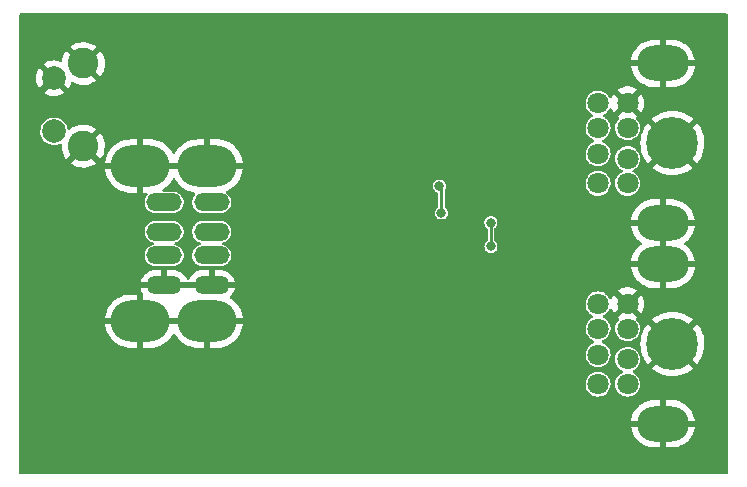
<source format=gbr>
%TF.GenerationSoftware,KiCad,Pcbnew,(6.0.6)*%
%TF.CreationDate,2022-08-24T09:56:22+01:00*%
%TF.ProjectId,ps2usb,70733275-7362-42e6-9b69-6361645f7063,rev?*%
%TF.SameCoordinates,Original*%
%TF.FileFunction,Copper,L2,Bot*%
%TF.FilePolarity,Positive*%
%FSLAX46Y46*%
G04 Gerber Fmt 4.6, Leading zero omitted, Abs format (unit mm)*
G04 Created by KiCad (PCBNEW (6.0.6)) date 2022-08-24 09:56:22*
%MOMM*%
%LPD*%
G01*
G04 APERTURE LIST*
%TA.AperFunction,ComponentPad*%
%ADD10C,2.000000*%
%TD*%
%TA.AperFunction,ComponentPad*%
%ADD11C,2.600000*%
%TD*%
%TA.AperFunction,ComponentPad*%
%ADD12C,1.800000*%
%TD*%
%TA.AperFunction,ComponentPad*%
%ADD13O,4.400000X3.000000*%
%TD*%
%TA.AperFunction,ComponentPad*%
%ADD14C,4.400000*%
%TD*%
%TA.AperFunction,ComponentPad*%
%ADD15O,3.000000X1.500000*%
%TD*%
%TA.AperFunction,ComponentPad*%
%ADD16O,5.000000X3.500000*%
%TD*%
%TA.AperFunction,ViaPad*%
%ADD17C,0.800000*%
%TD*%
%TA.AperFunction,Conductor*%
%ADD18C,0.254000*%
%TD*%
G04 APERTURE END LIST*
D10*
%TO.P,S1,1,1*%
%TO.N,GND*%
X102930000Y-86500000D03*
%TO.P,S1,2,2*%
%TO.N,Net-(S1-Pad2)*%
X102930000Y-91000000D03*
D11*
%TO.P,S1,M,M*%
%TO.N,GND*%
X105430000Y-92250000D03*
X105430000Y-85250000D03*
%TD*%
D12*
%TO.P,J1,1,1*%
%TO.N,/DIN1-1*%
X151500000Y-90699989D03*
%TO.P,J1,2,2*%
%TO.N,/DIN1-2*%
X151500000Y-93299989D03*
%TO.P,J1,3,3*%
%TO.N,GND*%
X151500000Y-88599989D03*
%TO.P,J1,4,4*%
%TO.N,unconnected-(J1-Pad4)*%
X149000000Y-90699989D03*
%TO.P,J1,5,5*%
%TO.N,Net-(F1-Pad2)*%
X151500000Y-95399989D03*
%TO.P,J1,6,6*%
%TO.N,/DIN1-6*%
X149000000Y-88599989D03*
%TO.P,J1,7,7*%
%TO.N,unconnected-(J1-Pad7)*%
X149000000Y-92899989D03*
%TO.P,J1,8,8*%
%TO.N,/DIN1-8*%
X149000000Y-95399989D03*
D13*
%TO.P,J1,S,S*%
%TO.N,GND*%
X154500000Y-85249989D03*
X154500000Y-98749989D03*
D14*
X155300000Y-91999989D03*
%TD*%
D15*
%TO.P,J2,1A,VBUS*%
%TO.N,+5V*%
X116280000Y-97000000D03*
%TO.P,J2,1B,VBUS*%
X112260000Y-97000000D03*
%TO.P,J2,2A,D-*%
%TO.N,/HD-*%
X116280000Y-99500000D03*
%TO.P,J2,2B,D-*%
%TO.N,/D-*%
X112260000Y-99500000D03*
%TO.P,J2,3A,D+*%
%TO.N,/HD+*%
X116280000Y-101500000D03*
%TO.P,J2,3B,D+*%
%TO.N,/D+*%
X112260000Y-101500000D03*
%TO.P,J2,4A,GND*%
%TO.N,GND*%
X116280000Y-104000000D03*
%TO.P,J2,4B,GND*%
X112260000Y-104000000D03*
D16*
%TO.P,J2,S,SHIELD*%
X110250000Y-107070000D03*
X115930000Y-93930000D03*
X115930000Y-107070000D03*
X110250000Y-93930000D03*
%TD*%
D12*
%TO.P,J3,1,1*%
%TO.N,/DIN2-1*%
X151500000Y-107699989D03*
%TO.P,J3,2,2*%
%TO.N,/DIN2-2*%
X151500000Y-110299989D03*
%TO.P,J3,3,3*%
%TO.N,GND*%
X151500000Y-105599989D03*
%TO.P,J3,4,4*%
%TO.N,unconnected-(J3-Pad4)*%
X149000000Y-107699989D03*
%TO.P,J3,5,5*%
%TO.N,Net-(F1-Pad2)*%
X151500000Y-112399989D03*
%TO.P,J3,6,6*%
%TO.N,/DIN2-6*%
X149000000Y-105599989D03*
%TO.P,J3,7,7*%
%TO.N,unconnected-(J3-Pad7)*%
X149000000Y-109899989D03*
%TO.P,J3,8,8*%
%TO.N,/DIN2-8*%
X149000000Y-112399989D03*
D13*
%TO.P,J3,S,S*%
%TO.N,GND*%
X154500000Y-102249989D03*
X154500000Y-115749989D03*
D14*
X155300000Y-108999989D03*
%TD*%
D17*
%TO.N,GND*%
X134250000Y-103750000D03*
X157750003Y-82499989D03*
X122250000Y-112250000D03*
X124000000Y-103775011D03*
X139000000Y-115500000D03*
X158500003Y-118499989D03*
X101270000Y-107300000D03*
X104318000Y-112126000D03*
X128000000Y-82500000D03*
X145250000Y-118500000D03*
X109906000Y-98410000D03*
X135500000Y-115500000D03*
X146000000Y-112250000D03*
X101500000Y-82500000D03*
X136500000Y-94500000D03*
X114500000Y-82500000D03*
X125000000Y-103775011D03*
X132000000Y-115500000D03*
X130500003Y-118499989D03*
X134544000Y-101458000D03*
X101500003Y-118499989D03*
X137250000Y-109500000D03*
X123500000Y-95108000D03*
X134518603Y-98130589D03*
X130988000Y-97648000D03*
X115250000Y-118500000D03*
X126924000Y-105522000D03*
X143750000Y-91250000D03*
X144750000Y-82500000D03*
%TO.N,/DIN1-8*%
X139928803Y-98740189D03*
X139928803Y-100721389D03*
%TO.N,Net-(S1-Pad2)*%
X135737803Y-97901989D03*
X135560000Y-95616000D03*
%TD*%
D18*
%TO.N,/DIN1-8*%
X139928803Y-100721389D02*
X139928803Y-98740189D01*
%TO.N,Net-(S1-Pad2)*%
X135737803Y-95793803D02*
X135560000Y-95616000D01*
X135737803Y-97901989D02*
X135737803Y-95793803D01*
%TD*%
%TA.AperFunction,Conductor*%
%TO.N,GND*%
G36*
X159941121Y-81021002D02*
G01*
X159987614Y-81074658D01*
X159999000Y-81127000D01*
X159999000Y-119873000D01*
X159978998Y-119941121D01*
X159925342Y-119987614D01*
X159873000Y-119999000D01*
X100127000Y-119999000D01*
X100058879Y-119978998D01*
X100012386Y-119925342D01*
X100001000Y-119873000D01*
X100001001Y-116022834D01*
X151809134Y-116022834D01*
X151846127Y-116232631D01*
X151848246Y-116241132D01*
X151932308Y-116499847D01*
X151935599Y-116507994D01*
X152054848Y-116752488D01*
X152059233Y-116760085D01*
X152211352Y-116985610D01*
X152216756Y-116992527D01*
X152398776Y-117194680D01*
X152405091Y-117200779D01*
X152613471Y-117375631D01*
X152620576Y-117380793D01*
X152851275Y-117524950D01*
X152859009Y-117529062D01*
X153107533Y-117639712D01*
X153115774Y-117642711D01*
X153377267Y-117717693D01*
X153385847Y-117719517D01*
X153655235Y-117757377D01*
X153663984Y-117757989D01*
X154227885Y-117757989D01*
X154243124Y-117753514D01*
X154244329Y-117752124D01*
X154246000Y-117744441D01*
X154246000Y-117739874D01*
X154754000Y-117739874D01*
X154758475Y-117755113D01*
X154759865Y-117756318D01*
X154767548Y-117757989D01*
X155267923Y-117757989D01*
X155272308Y-117757836D01*
X155475757Y-117743610D01*
X155484438Y-117742390D01*
X155750530Y-117685830D01*
X155758967Y-117683411D01*
X156014587Y-117590372D01*
X156022603Y-117586803D01*
X156262790Y-117459094D01*
X156270238Y-117454440D01*
X156490306Y-117294551D01*
X156497036Y-117288904D01*
X156692716Y-117099938D01*
X156698588Y-117093416D01*
X156866064Y-116879056D01*
X156870970Y-116871782D01*
X157006984Y-116636200D01*
X157010833Y-116628308D01*
X157112735Y-116376093D01*
X157115451Y-116367735D01*
X157181257Y-116103797D01*
X157182782Y-116095152D01*
X157190470Y-116022004D01*
X157187791Y-116007354D01*
X157175470Y-116003989D01*
X154772115Y-116003989D01*
X154756876Y-116008464D01*
X154755671Y-116009854D01*
X154754000Y-116017537D01*
X154754000Y-117739874D01*
X154246000Y-117739874D01*
X154246000Y-116022104D01*
X154241525Y-116006865D01*
X154240135Y-116005660D01*
X154232452Y-116003989D01*
X151823926Y-116003989D01*
X151811057Y-116007768D01*
X151809134Y-116022834D01*
X100001001Y-116022834D01*
X100001001Y-115477974D01*
X151809530Y-115477974D01*
X151812209Y-115492624D01*
X151824530Y-115495989D01*
X154227885Y-115495989D01*
X154243124Y-115491514D01*
X154244329Y-115490124D01*
X154246000Y-115482441D01*
X154246000Y-115477874D01*
X154754000Y-115477874D01*
X154758475Y-115493113D01*
X154759865Y-115494318D01*
X154767548Y-115495989D01*
X157176074Y-115495989D01*
X157188943Y-115492210D01*
X157190866Y-115477144D01*
X157153873Y-115267347D01*
X157151754Y-115258846D01*
X157067692Y-115000131D01*
X157064401Y-114991984D01*
X156945152Y-114747490D01*
X156940767Y-114739893D01*
X156788648Y-114514368D01*
X156783244Y-114507451D01*
X156601224Y-114305298D01*
X156594909Y-114299199D01*
X156386529Y-114124347D01*
X156379424Y-114119185D01*
X156148725Y-113975028D01*
X156140991Y-113970916D01*
X155892467Y-113860266D01*
X155884226Y-113857267D01*
X155622733Y-113782285D01*
X155614153Y-113780461D01*
X155344765Y-113742601D01*
X155336016Y-113741989D01*
X154772115Y-113741989D01*
X154756876Y-113746464D01*
X154755671Y-113747854D01*
X154754000Y-113755537D01*
X154754000Y-115477874D01*
X154246000Y-115477874D01*
X154246000Y-113760104D01*
X154241525Y-113744865D01*
X154240135Y-113743660D01*
X154232452Y-113741989D01*
X153732077Y-113741989D01*
X153727692Y-113742142D01*
X153524243Y-113756368D01*
X153515562Y-113757588D01*
X153249470Y-113814148D01*
X153241033Y-113816567D01*
X152985413Y-113909606D01*
X152977397Y-113913175D01*
X152737210Y-114040884D01*
X152729762Y-114045538D01*
X152509694Y-114205427D01*
X152502964Y-114211074D01*
X152307284Y-114400040D01*
X152301412Y-114406562D01*
X152133936Y-114620922D01*
X152129030Y-114628196D01*
X151993016Y-114863778D01*
X151989167Y-114871670D01*
X151887265Y-115123885D01*
X151884549Y-115132243D01*
X151818743Y-115396181D01*
X151817218Y-115404826D01*
X151809530Y-115477974D01*
X100001001Y-115477974D01*
X100001001Y-112385217D01*
X147942108Y-112385217D01*
X147959386Y-112590977D01*
X148016301Y-112789463D01*
X148019119Y-112794945D01*
X148019120Y-112794949D01*
X148107865Y-112967628D01*
X148107868Y-112967632D01*
X148110685Y-112973114D01*
X148238942Y-113134934D01*
X148243636Y-113138929D01*
X148270148Y-113161492D01*
X148396188Y-113268761D01*
X148576433Y-113369496D01*
X148772811Y-113433303D01*
X148977843Y-113457752D01*
X148983978Y-113457280D01*
X148983980Y-113457280D01*
X149177577Y-113442384D01*
X149177581Y-113442383D01*
X149183719Y-113441911D01*
X149189651Y-113440255D01*
X149189655Y-113440254D01*
X149260665Y-113420427D01*
X149382597Y-113386383D01*
X149388101Y-113383603D01*
X149388103Y-113383602D01*
X149561401Y-113296063D01*
X149561403Y-113296062D01*
X149566902Y-113293284D01*
X149729614Y-113166159D01*
X149733640Y-113161495D01*
X149733643Y-113161492D01*
X149860506Y-113014520D01*
X149860507Y-113014518D01*
X149864535Y-113009852D01*
X149966527Y-112830314D01*
X150031703Y-112634386D01*
X150057583Y-112429530D01*
X150057995Y-112399989D01*
X150056547Y-112385217D01*
X150442108Y-112385217D01*
X150459386Y-112590977D01*
X150516301Y-112789463D01*
X150519119Y-112794945D01*
X150519120Y-112794949D01*
X150607865Y-112967628D01*
X150607868Y-112967632D01*
X150610685Y-112973114D01*
X150738942Y-113134934D01*
X150743636Y-113138929D01*
X150770148Y-113161492D01*
X150896188Y-113268761D01*
X151076433Y-113369496D01*
X151272811Y-113433303D01*
X151477843Y-113457752D01*
X151483978Y-113457280D01*
X151483980Y-113457280D01*
X151677577Y-113442384D01*
X151677581Y-113442383D01*
X151683719Y-113441911D01*
X151689651Y-113440255D01*
X151689655Y-113440254D01*
X151760665Y-113420427D01*
X151882597Y-113386383D01*
X151888101Y-113383603D01*
X151888103Y-113383602D01*
X152061401Y-113296063D01*
X152061403Y-113296062D01*
X152066902Y-113293284D01*
X152229614Y-113166159D01*
X152233640Y-113161495D01*
X152233643Y-113161492D01*
X152360506Y-113014520D01*
X152360507Y-113014518D01*
X152364535Y-113009852D01*
X152466527Y-112830314D01*
X152531703Y-112634386D01*
X152557583Y-112429530D01*
X152557995Y-112399989D01*
X152537846Y-112194490D01*
X152478165Y-111996818D01*
X152381227Y-111814504D01*
X152377337Y-111809734D01*
X152377334Y-111809730D01*
X152254617Y-111659265D01*
X152254614Y-111659262D01*
X152250722Y-111654490D01*
X152239360Y-111645090D01*
X152171173Y-111588681D01*
X152091623Y-111522871D01*
X151976550Y-111460651D01*
X151926141Y-111410656D01*
X151910764Y-111341345D01*
X151935300Y-111274723D01*
X151979668Y-111237349D01*
X151980664Y-111236846D01*
X152066902Y-111193284D01*
X152203691Y-111086412D01*
X153578703Y-111086412D01*
X153586227Y-111096843D01*
X153725483Y-111209009D01*
X153731657Y-111213397D01*
X154002271Y-111382167D01*
X154008931Y-111385783D01*
X154297852Y-111520816D01*
X154304905Y-111523609D01*
X154607970Y-111622959D01*
X154615282Y-111624877D01*
X154928092Y-111687098D01*
X154935590Y-111688126D01*
X155253610Y-111712317D01*
X155261173Y-111712435D01*
X155579785Y-111698246D01*
X155587326Y-111697454D01*
X155901924Y-111645090D01*
X155909302Y-111643400D01*
X156215355Y-111553614D01*
X156222450Y-111551060D01*
X156515496Y-111425158D01*
X156522263Y-111421754D01*
X156798042Y-111261569D01*
X156804349Y-111257379D01*
X157014305Y-111098878D01*
X157022761Y-111087485D01*
X157016045Y-111075245D01*
X155312810Y-109372009D01*
X155298869Y-109364397D01*
X155297034Y-109364528D01*
X155290420Y-109368779D01*
X153585818Y-111073382D01*
X153578703Y-111086412D01*
X152203691Y-111086412D01*
X152229614Y-111066159D01*
X152233640Y-111061495D01*
X152233643Y-111061492D01*
X152360506Y-110914520D01*
X152360507Y-110914518D01*
X152364535Y-110909852D01*
X152466527Y-110730314D01*
X152531703Y-110534386D01*
X152546336Y-110418559D01*
X152557141Y-110333032D01*
X152557142Y-110333025D01*
X152557583Y-110329530D01*
X152557995Y-110299989D01*
X152537846Y-110094490D01*
X152478165Y-109896818D01*
X152381227Y-109714504D01*
X152377337Y-109709734D01*
X152377334Y-109709730D01*
X152254617Y-109559265D01*
X152254614Y-109559262D01*
X152250722Y-109554490D01*
X152091623Y-109422871D01*
X151909990Y-109324662D01*
X151712739Y-109263603D01*
X151706614Y-109262959D01*
X151706613Y-109262959D01*
X151513515Y-109242664D01*
X151513513Y-109242664D01*
X151507386Y-109242020D01*
X151421075Y-109249875D01*
X151307891Y-109260175D01*
X151307888Y-109260176D01*
X151301752Y-109260734D01*
X151295846Y-109262472D01*
X151295842Y-109262473D01*
X151176702Y-109297538D01*
X151103668Y-109319033D01*
X151098203Y-109321890D01*
X151095076Y-109323525D01*
X150920681Y-109414697D01*
X150759760Y-109544080D01*
X150627034Y-109702257D01*
X150624068Y-109707652D01*
X150624064Y-109707658D01*
X150617309Y-109719946D01*
X150527559Y-109883200D01*
X150465125Y-110080019D01*
X150464439Y-110086136D01*
X150464438Y-110086140D01*
X150448508Y-110228162D01*
X150442108Y-110285217D01*
X150443348Y-110299989D01*
X150458292Y-110477946D01*
X150459386Y-110490977D01*
X150516301Y-110689463D01*
X150519119Y-110694945D01*
X150519120Y-110694949D01*
X150607865Y-110867628D01*
X150607868Y-110867632D01*
X150610685Y-110873114D01*
X150738942Y-111034934D01*
X150743636Y-111038929D01*
X150770148Y-111061492D01*
X150896188Y-111168761D01*
X151024425Y-111240430D01*
X151074130Y-111291122D01*
X151088539Y-111360641D01*
X151063075Y-111426914D01*
X151021330Y-111462078D01*
X150934206Y-111507626D01*
X150920681Y-111514697D01*
X150759760Y-111644080D01*
X150627034Y-111802257D01*
X150624068Y-111807652D01*
X150624064Y-111807658D01*
X150617309Y-111819946D01*
X150527559Y-111983200D01*
X150465125Y-112180019D01*
X150464439Y-112186136D01*
X150464438Y-112186140D01*
X150442795Y-112379092D01*
X150442108Y-112385217D01*
X150056547Y-112385217D01*
X150037846Y-112194490D01*
X149978165Y-111996818D01*
X149881227Y-111814504D01*
X149877337Y-111809734D01*
X149877334Y-111809730D01*
X149754617Y-111659265D01*
X149754614Y-111659262D01*
X149750722Y-111654490D01*
X149739360Y-111645090D01*
X149671173Y-111588681D01*
X149591623Y-111522871D01*
X149409990Y-111424662D01*
X149212739Y-111363603D01*
X149206614Y-111362959D01*
X149206613Y-111362959D01*
X149013515Y-111342664D01*
X149013513Y-111342664D01*
X149007386Y-111342020D01*
X148922007Y-111349790D01*
X148807891Y-111360175D01*
X148807888Y-111360176D01*
X148801752Y-111360734D01*
X148795846Y-111362472D01*
X148795842Y-111362473D01*
X148716642Y-111385783D01*
X148603668Y-111419033D01*
X148420681Y-111514697D01*
X148259760Y-111644080D01*
X148127034Y-111802257D01*
X148124068Y-111807652D01*
X148124064Y-111807658D01*
X148117309Y-111819946D01*
X148027559Y-111983200D01*
X147965125Y-112180019D01*
X147964439Y-112186136D01*
X147964438Y-112186140D01*
X147942795Y-112379092D01*
X147942108Y-112385217D01*
X100001001Y-112385217D01*
X100001002Y-109885217D01*
X147942108Y-109885217D01*
X147943082Y-109896818D01*
X147957973Y-110074146D01*
X147959386Y-110090977D01*
X148016301Y-110289463D01*
X148019119Y-110294945D01*
X148019120Y-110294949D01*
X148107865Y-110467628D01*
X148107868Y-110467632D01*
X148110685Y-110473114D01*
X148238942Y-110634934D01*
X148243636Y-110638929D01*
X148331754Y-110713923D01*
X148396188Y-110768761D01*
X148576433Y-110869496D01*
X148772811Y-110933303D01*
X148977843Y-110957752D01*
X148983978Y-110957280D01*
X148983980Y-110957280D01*
X149177577Y-110942384D01*
X149177581Y-110942383D01*
X149183719Y-110941911D01*
X149189651Y-110940255D01*
X149189655Y-110940254D01*
X149281822Y-110914520D01*
X149382597Y-110886383D01*
X149388101Y-110883603D01*
X149388103Y-110883602D01*
X149561401Y-110796063D01*
X149561403Y-110796062D01*
X149566902Y-110793284D01*
X149729614Y-110666159D01*
X149733640Y-110661495D01*
X149733643Y-110661492D01*
X149860506Y-110514520D01*
X149860507Y-110514518D01*
X149864535Y-110509852D01*
X149966527Y-110330314D01*
X150031703Y-110134386D01*
X150047634Y-110008284D01*
X150057141Y-109933032D01*
X150057142Y-109933025D01*
X150057583Y-109929530D01*
X150057995Y-109899989D01*
X150037846Y-109694490D01*
X149978165Y-109496818D01*
X149888186Y-109327592D01*
X149884121Y-109319946D01*
X149884119Y-109319943D01*
X149881227Y-109314504D01*
X149877337Y-109309734D01*
X149877334Y-109309730D01*
X149754617Y-109159265D01*
X149754614Y-109159262D01*
X149750722Y-109154490D01*
X149591623Y-109022871D01*
X149503776Y-108975372D01*
X152587388Y-108975372D01*
X152603245Y-109293903D01*
X152604076Y-109301432D01*
X152658085Y-109615748D01*
X152659818Y-109623135D01*
X152751196Y-109928684D01*
X152753799Y-109935797D01*
X152881227Y-110228162D01*
X152884669Y-110234918D01*
X153046294Y-110509852D01*
X153050519Y-110516139D01*
X153201463Y-110713923D01*
X153212989Y-110722385D01*
X153225054Y-110715724D01*
X154927980Y-109012799D01*
X154934357Y-109001120D01*
X155664408Y-109001120D01*
X155664539Y-109002955D01*
X155668790Y-109009569D01*
X157373285Y-110714063D01*
X157386408Y-110721229D01*
X157396709Y-110713840D01*
X157500751Y-110586044D01*
X157505164Y-110579903D01*
X157675349Y-110310176D01*
X157679005Y-110303525D01*
X157815544Y-110015324D01*
X157818375Y-110008284D01*
X157919306Y-109705756D01*
X157921270Y-109698422D01*
X157985122Y-109385978D01*
X157986194Y-109378454D01*
X158012173Y-109059040D01*
X158012378Y-109054565D01*
X158012927Y-109002210D01*
X158012817Y-108997778D01*
X157993529Y-108677842D01*
X157992621Y-108670340D01*
X157935319Y-108356582D01*
X157933518Y-108349249D01*
X157838935Y-108044644D01*
X157836263Y-108037572D01*
X157705781Y-107746559D01*
X157702264Y-107739832D01*
X157537771Y-107466610D01*
X157533481Y-107460366D01*
X157397991Y-107286636D01*
X157386199Y-107278167D01*
X157374486Y-107284714D01*
X155672020Y-108987179D01*
X155664408Y-109001120D01*
X154934357Y-109001120D01*
X154935592Y-108998858D01*
X154935461Y-108997023D01*
X154931210Y-108990409D01*
X153226445Y-107285645D01*
X153213510Y-107278581D01*
X153202949Y-107286241D01*
X153082766Y-107437061D01*
X153078410Y-107443259D01*
X152911059Y-107714753D01*
X152907479Y-107721429D01*
X152773956Y-108011063D01*
X152771206Y-108018114D01*
X152673444Y-108321697D01*
X152671561Y-108329030D01*
X152610979Y-108642159D01*
X152609992Y-108649659D01*
X152587467Y-108967791D01*
X152587388Y-108975372D01*
X149503776Y-108975372D01*
X149409990Y-108924662D01*
X149397816Y-108920893D01*
X149338658Y-108881644D01*
X149310110Y-108816640D01*
X149321238Y-108746521D01*
X149368508Y-108693549D01*
X149382648Y-108686485D01*
X149382597Y-108686383D01*
X149561401Y-108596063D01*
X149561403Y-108596062D01*
X149566902Y-108593284D01*
X149729614Y-108466159D01*
X149733640Y-108461495D01*
X149733643Y-108461492D01*
X149860506Y-108314520D01*
X149860507Y-108314518D01*
X149864535Y-108309852D01*
X149966527Y-108130314D01*
X150031703Y-107934386D01*
X150057583Y-107729530D01*
X150057995Y-107699989D01*
X150056547Y-107685217D01*
X150442108Y-107685217D01*
X150459386Y-107890977D01*
X150516301Y-108089463D01*
X150519119Y-108094945D01*
X150519120Y-108094949D01*
X150607865Y-108267628D01*
X150607868Y-108267632D01*
X150610685Y-108273114D01*
X150738942Y-108434934D01*
X150743636Y-108438929D01*
X150811758Y-108496905D01*
X150896188Y-108568761D01*
X151076433Y-108669496D01*
X151272811Y-108733303D01*
X151477843Y-108757752D01*
X151483978Y-108757280D01*
X151483980Y-108757280D01*
X151677577Y-108742384D01*
X151677581Y-108742383D01*
X151683719Y-108741911D01*
X151689651Y-108740255D01*
X151689655Y-108740254D01*
X151765723Y-108719015D01*
X151882597Y-108686383D01*
X151888101Y-108683603D01*
X151888103Y-108683602D01*
X152061401Y-108596063D01*
X152061403Y-108596062D01*
X152066902Y-108593284D01*
X152229614Y-108466159D01*
X152233640Y-108461495D01*
X152233643Y-108461492D01*
X152360506Y-108314520D01*
X152360507Y-108314518D01*
X152364535Y-108309852D01*
X152466527Y-108130314D01*
X152531703Y-107934386D01*
X152557583Y-107729530D01*
X152557995Y-107699989D01*
X152537846Y-107494490D01*
X152478165Y-107296818D01*
X152381227Y-107114504D01*
X152377337Y-107109734D01*
X152377334Y-107109730D01*
X152252964Y-106957239D01*
X152234508Y-106913412D01*
X153577917Y-106913412D01*
X153584520Y-106925298D01*
X155287190Y-108627969D01*
X155301131Y-108635581D01*
X155302966Y-108635450D01*
X155309580Y-108631199D01*
X157014559Y-106926219D01*
X157021571Y-106913378D01*
X157013777Y-106902690D01*
X156851298Y-106774602D01*
X156845075Y-106770277D01*
X156572702Y-106604346D01*
X156566025Y-106600811D01*
X156275686Y-106468802D01*
X156268616Y-106466088D01*
X155964537Y-106369921D01*
X155957186Y-106368074D01*
X155643746Y-106309131D01*
X155636237Y-106308183D01*
X155317989Y-106287324D01*
X155310424Y-106287284D01*
X154991964Y-106304810D01*
X154984450Y-106305679D01*
X154670405Y-106361337D01*
X154663044Y-106363104D01*
X154357980Y-106456081D01*
X154350860Y-106458729D01*
X154059182Y-106587679D01*
X154052445Y-106591156D01*
X153778355Y-106754222D01*
X153772091Y-106758479D01*
X153586385Y-106901751D01*
X153577917Y-106913412D01*
X152234508Y-106913412D01*
X152225410Y-106891807D01*
X152237605Y-106821866D01*
X152277439Y-106775024D01*
X152285096Y-106769562D01*
X152293497Y-106758863D01*
X152286510Y-106745710D01*
X151512811Y-105972010D01*
X151498868Y-105964397D01*
X151497034Y-105964528D01*
X151490420Y-105968779D01*
X150710180Y-106749020D01*
X150703423Y-106761395D01*
X150708705Y-106768451D01*
X150712887Y-106770895D01*
X150761610Y-106822535D01*
X150774680Y-106892318D01*
X150745837Y-106960673D01*
X150627034Y-107102257D01*
X150624068Y-107107652D01*
X150624064Y-107107658D01*
X150617309Y-107119946D01*
X150527559Y-107283200D01*
X150465125Y-107480019D01*
X150464439Y-107486136D01*
X150464438Y-107486140D01*
X150442795Y-107679092D01*
X150442108Y-107685217D01*
X150056547Y-107685217D01*
X150037846Y-107494490D01*
X149978165Y-107296818D01*
X149881227Y-107114504D01*
X149877337Y-107109734D01*
X149877334Y-107109730D01*
X149754617Y-106959265D01*
X149754614Y-106959262D01*
X149750722Y-106954490D01*
X149716549Y-106926219D01*
X149596372Y-106826800D01*
X149591623Y-106822871D01*
X149476550Y-106760651D01*
X149426141Y-106710656D01*
X149410764Y-106641345D01*
X149435300Y-106574723D01*
X149479668Y-106537349D01*
X149516921Y-106518531D01*
X149566902Y-106493284D01*
X149729614Y-106366159D01*
X149733640Y-106361495D01*
X149733643Y-106361492D01*
X149860506Y-106214520D01*
X149860507Y-106214518D01*
X149864535Y-106209852D01*
X149918504Y-106114850D01*
X149947984Y-106062956D01*
X149999023Y-106013605D01*
X150068641Y-105999683D01*
X150134735Y-106025609D01*
X150174283Y-106077789D01*
X150236989Y-106232215D01*
X150241634Y-106241410D01*
X150330097Y-106385770D01*
X150340553Y-106395231D01*
X150349331Y-106391447D01*
X151127979Y-105612800D01*
X151134356Y-105601121D01*
X151864408Y-105601121D01*
X151864539Y-105602955D01*
X151868790Y-105609569D01*
X152646307Y-106387085D01*
X152658313Y-106393641D01*
X152670052Y-106384673D01*
X152708010Y-106331848D01*
X152713321Y-106323009D01*
X152811318Y-106124726D01*
X152815117Y-106115131D01*
X152879415Y-105903506D01*
X152881594Y-105893425D01*
X152910702Y-105672327D01*
X152911221Y-105665652D01*
X152912744Y-105603353D01*
X152912550Y-105596635D01*
X152894279Y-105374389D01*
X152892596Y-105364227D01*
X152838710Y-105149697D01*
X152835389Y-105139942D01*
X152747193Y-104937107D01*
X152742315Y-104928009D01*
X152669224Y-104815027D01*
X152658538Y-104805824D01*
X152648973Y-104810227D01*
X151872021Y-105587178D01*
X151864408Y-105601121D01*
X151134356Y-105601121D01*
X151135592Y-105598857D01*
X151135461Y-105597023D01*
X151131210Y-105590409D01*
X150353862Y-104813062D01*
X150342330Y-104806765D01*
X150330048Y-104816388D01*
X150274467Y-104897866D01*
X150269379Y-104906822D01*
X150176249Y-105107454D01*
X150173070Y-105116097D01*
X150130779Y-105173123D01*
X150064371Y-105198232D01*
X149994930Y-105183453D01*
X149943567Y-105131749D01*
X149936375Y-105118223D01*
X149881227Y-105014504D01*
X149877337Y-105009734D01*
X149877334Y-105009730D01*
X149754617Y-104859265D01*
X149754614Y-104859262D01*
X149750722Y-104854490D01*
X149716948Y-104826549D01*
X149596372Y-104726800D01*
X149591623Y-104722871D01*
X149409990Y-104624662D01*
X149212739Y-104563603D01*
X149206614Y-104562959D01*
X149206613Y-104562959D01*
X149013515Y-104542664D01*
X149013513Y-104542664D01*
X149007386Y-104542020D01*
X148921075Y-104549875D01*
X148807891Y-104560175D01*
X148807888Y-104560176D01*
X148801752Y-104560734D01*
X148795846Y-104562472D01*
X148795842Y-104562473D01*
X148656944Y-104603353D01*
X148603668Y-104619033D01*
X148420681Y-104714697D01*
X148259760Y-104844080D01*
X148127034Y-105002257D01*
X148124068Y-105007652D01*
X148124064Y-105007658D01*
X148072514Y-105101428D01*
X148027559Y-105183200D01*
X147965125Y-105380019D01*
X147964439Y-105386136D01*
X147964438Y-105386140D01*
X147952811Y-105489795D01*
X147942108Y-105585217D01*
X147959386Y-105790977D01*
X148016301Y-105989463D01*
X148019119Y-105994945D01*
X148019120Y-105994949D01*
X148107865Y-106167628D01*
X148107868Y-106167632D01*
X148110685Y-106173114D01*
X148238942Y-106334934D01*
X148243636Y-106338929D01*
X148347264Y-106427123D01*
X148396188Y-106468761D01*
X148524425Y-106540430D01*
X148574130Y-106591122D01*
X148588539Y-106660641D01*
X148563075Y-106726914D01*
X148521330Y-106762078D01*
X148452839Y-106797885D01*
X148420681Y-106814697D01*
X148259760Y-106944080D01*
X148127034Y-107102257D01*
X148124068Y-107107652D01*
X148124064Y-107107658D01*
X148117309Y-107119946D01*
X148027559Y-107283200D01*
X147965125Y-107480019D01*
X147964439Y-107486136D01*
X147964438Y-107486140D01*
X147942795Y-107679092D01*
X147942108Y-107685217D01*
X147959386Y-107890977D01*
X148016301Y-108089463D01*
X148019119Y-108094945D01*
X148019120Y-108094949D01*
X148107865Y-108267628D01*
X148107868Y-108267632D01*
X148110685Y-108273114D01*
X148238942Y-108434934D01*
X148243636Y-108438929D01*
X148311758Y-108496905D01*
X148396188Y-108568761D01*
X148576433Y-108669496D01*
X148602120Y-108677842D01*
X148605505Y-108678942D01*
X148664111Y-108719015D01*
X148691748Y-108784412D01*
X148679641Y-108854369D01*
X148631635Y-108906675D01*
X148613772Y-108915599D01*
X148609577Y-108917294D01*
X148603668Y-108919033D01*
X148598210Y-108921886D01*
X148598206Y-108921888D01*
X148510403Y-108967791D01*
X148420681Y-109014697D01*
X148259760Y-109144080D01*
X148127034Y-109302257D01*
X148124068Y-109307652D01*
X148124064Y-109307658D01*
X148066790Y-109411840D01*
X148027559Y-109483200D01*
X147965125Y-109680019D01*
X147964439Y-109686136D01*
X147964438Y-109686140D01*
X147960646Y-109719946D01*
X147942108Y-109885217D01*
X100001002Y-109885217D01*
X100001002Y-107340272D01*
X107256942Y-107340272D01*
X107263222Y-107412053D01*
X107264497Y-107420292D01*
X107328110Y-107704880D01*
X107330464Y-107712877D01*
X107431150Y-107986534D01*
X107434550Y-107994172D01*
X107570549Y-108252115D01*
X107574916Y-108259213D01*
X107743835Y-108496905D01*
X107749108Y-108503372D01*
X107947983Y-108716639D01*
X107954067Y-108722351D01*
X108179393Y-108907437D01*
X108186174Y-108912292D01*
X108434013Y-109065958D01*
X108441373Y-109069871D01*
X108707346Y-109189404D01*
X108715169Y-109192314D01*
X108994625Y-109275624D01*
X109002746Y-109277469D01*
X109291429Y-109323191D01*
X109298403Y-109323899D01*
X109387286Y-109327936D01*
X109390119Y-109328000D01*
X109977885Y-109328000D01*
X109993124Y-109323525D01*
X109994329Y-109322135D01*
X109996000Y-109314452D01*
X109996000Y-109309885D01*
X110504000Y-109309885D01*
X110508475Y-109325124D01*
X110509865Y-109326329D01*
X110517548Y-109328000D01*
X111073993Y-109328000D01*
X111078182Y-109327861D01*
X111295132Y-109313451D01*
X111303403Y-109312347D01*
X111589251Y-109254710D01*
X111597303Y-109252522D01*
X111873005Y-109157591D01*
X111880716Y-109154350D01*
X112141444Y-109023787D01*
X112148638Y-109019566D01*
X112389820Y-108855659D01*
X112396390Y-108850526D01*
X112613775Y-108656161D01*
X112619608Y-108650205D01*
X112809378Y-108428797D01*
X112814376Y-108422116D01*
X112973187Y-108177568D01*
X112977263Y-108170275D01*
X112978387Y-108167908D01*
X112978918Y-108167313D01*
X112979300Y-108166630D01*
X112979452Y-108166715D01*
X113025676Y-108114952D01*
X113094088Y-108095969D01*
X113161902Y-108116986D01*
X113203664Y-108163190D01*
X113250549Y-108252115D01*
X113254916Y-108259213D01*
X113423835Y-108496905D01*
X113429108Y-108503372D01*
X113627983Y-108716639D01*
X113634067Y-108722351D01*
X113859393Y-108907437D01*
X113866174Y-108912292D01*
X114114013Y-109065958D01*
X114121373Y-109069871D01*
X114387346Y-109189404D01*
X114395169Y-109192314D01*
X114674625Y-109275624D01*
X114682746Y-109277469D01*
X114971429Y-109323191D01*
X114978403Y-109323899D01*
X115067286Y-109327936D01*
X115070119Y-109328000D01*
X115657885Y-109328000D01*
X115673124Y-109323525D01*
X115674329Y-109322135D01*
X115676000Y-109314452D01*
X115676000Y-109309885D01*
X116184000Y-109309885D01*
X116188475Y-109325124D01*
X116189865Y-109326329D01*
X116197548Y-109328000D01*
X116753993Y-109328000D01*
X116758182Y-109327861D01*
X116975132Y-109313451D01*
X116983403Y-109312347D01*
X117269251Y-109254710D01*
X117277303Y-109252522D01*
X117553005Y-109157591D01*
X117560716Y-109154350D01*
X117821444Y-109023787D01*
X117828638Y-109019566D01*
X118069820Y-108855659D01*
X118076390Y-108850526D01*
X118293775Y-108656161D01*
X118299608Y-108650205D01*
X118489378Y-108428797D01*
X118494376Y-108422116D01*
X118653191Y-108177563D01*
X118657265Y-108170273D01*
X118782338Y-107906868D01*
X118785414Y-107899100D01*
X118874552Y-107621469D01*
X118876573Y-107613363D01*
X118925429Y-107341830D01*
X118923997Y-107328571D01*
X118909387Y-107324000D01*
X116202115Y-107324000D01*
X116186876Y-107328475D01*
X116185671Y-107329865D01*
X116184000Y-107337548D01*
X116184000Y-109309885D01*
X115676000Y-109309885D01*
X115676000Y-107342115D01*
X115671525Y-107326876D01*
X115670135Y-107325671D01*
X115662452Y-107324000D01*
X110522115Y-107324000D01*
X110506876Y-107328475D01*
X110505671Y-107329865D01*
X110504000Y-107337548D01*
X110504000Y-109309885D01*
X109996000Y-109309885D01*
X109996000Y-107342115D01*
X109991525Y-107326876D01*
X109990135Y-107325671D01*
X109982452Y-107324000D01*
X107273633Y-107324000D01*
X107259004Y-107328295D01*
X107256942Y-107340272D01*
X100001002Y-107340272D01*
X100001002Y-107119946D01*
X100001002Y-106798170D01*
X107254571Y-106798170D01*
X107256003Y-106811429D01*
X107270613Y-106816000D01*
X109977885Y-106816000D01*
X109993124Y-106811525D01*
X109994329Y-106810135D01*
X109996000Y-106802452D01*
X109996000Y-104830115D01*
X109991525Y-104814876D01*
X109990135Y-104813671D01*
X109982452Y-104812000D01*
X109426007Y-104812000D01*
X109421818Y-104812139D01*
X109204868Y-104826549D01*
X109196597Y-104827653D01*
X108910749Y-104885290D01*
X108902697Y-104887478D01*
X108626995Y-104982409D01*
X108619284Y-104985650D01*
X108358556Y-105116213D01*
X108351362Y-105120434D01*
X108110180Y-105284341D01*
X108103610Y-105289474D01*
X107886225Y-105483839D01*
X107880392Y-105489795D01*
X107690622Y-105711203D01*
X107685624Y-105717884D01*
X107526809Y-105962437D01*
X107522735Y-105969727D01*
X107397662Y-106233132D01*
X107394586Y-106240900D01*
X107305448Y-106518531D01*
X107303427Y-106526637D01*
X107254571Y-106798170D01*
X100001002Y-106798170D01*
X100001002Y-104267728D01*
X110276114Y-104267728D01*
X110276166Y-104267973D01*
X110338898Y-104471883D01*
X110343119Y-104482229D01*
X110440971Y-104671814D01*
X110446957Y-104681245D01*
X110480274Y-104724665D01*
X110505875Y-104790885D01*
X110504000Y-104819505D01*
X110504000Y-106797885D01*
X110508475Y-106813124D01*
X110509865Y-106814329D01*
X110517548Y-106816000D01*
X118906367Y-106816000D01*
X118920996Y-106811705D01*
X118923058Y-106799728D01*
X118916778Y-106727947D01*
X118915503Y-106719708D01*
X118851890Y-106435120D01*
X118849536Y-106427123D01*
X118748850Y-106153466D01*
X118745450Y-106145828D01*
X118609451Y-105887885D01*
X118605084Y-105880787D01*
X118436165Y-105643095D01*
X118430892Y-105636628D01*
X118232017Y-105423361D01*
X118225933Y-105417649D01*
X118000607Y-105232563D01*
X117993826Y-105227708D01*
X117875471Y-105154325D01*
X117828116Y-105101428D01*
X117816876Y-105031327D01*
X117845320Y-104966278D01*
X117856592Y-104954842D01*
X118007692Y-104798918D01*
X118014735Y-104790221D01*
X118133719Y-104613156D01*
X118139105Y-104603358D01*
X118210507Y-104440700D01*
X150705508Y-104440700D01*
X150712251Y-104453029D01*
X151487189Y-105227968D01*
X151501132Y-105235581D01*
X151502966Y-105235450D01*
X151509580Y-105231199D01*
X152288994Y-104451784D01*
X152296011Y-104438933D01*
X152288237Y-104428263D01*
X152285902Y-104426419D01*
X152277320Y-104420718D01*
X152083678Y-104313822D01*
X152074272Y-104309595D01*
X151865772Y-104235761D01*
X151855809Y-104233129D01*
X151638047Y-104194339D01*
X151627796Y-104193370D01*
X151406616Y-104190668D01*
X151396332Y-104191388D01*
X151177693Y-104224844D01*
X151167666Y-104227233D01*
X150957426Y-104295950D01*
X150947916Y-104299947D01*
X150751725Y-104402078D01*
X150743007Y-104407567D01*
X150713961Y-104429375D01*
X150705508Y-104440700D01*
X118210507Y-104440700D01*
X118224857Y-104408010D01*
X118228422Y-104397418D01*
X118258624Y-104271616D01*
X118257919Y-104257530D01*
X118249040Y-104254000D01*
X114311590Y-104254000D01*
X114305786Y-104255704D01*
X114234790Y-104255702D01*
X114229852Y-104254000D01*
X110291589Y-104254000D01*
X110277607Y-104258105D01*
X110276114Y-104267728D01*
X100001002Y-104267728D01*
X100001002Y-103728384D01*
X110281376Y-103728384D01*
X110282081Y-103742470D01*
X110290960Y-103746000D01*
X111987885Y-103746000D01*
X112003124Y-103741525D01*
X112004329Y-103740135D01*
X112006000Y-103732452D01*
X112006000Y-103727885D01*
X112514000Y-103727885D01*
X112518475Y-103743124D01*
X112519865Y-103744329D01*
X112527548Y-103746000D01*
X114228410Y-103746000D01*
X114234214Y-103744296D01*
X114305210Y-103744298D01*
X114310148Y-103746000D01*
X116007885Y-103746000D01*
X116023124Y-103741525D01*
X116024329Y-103740135D01*
X116026000Y-103732452D01*
X116026000Y-103727885D01*
X116534000Y-103727885D01*
X116538475Y-103743124D01*
X116539865Y-103744329D01*
X116547548Y-103746000D01*
X118248411Y-103746000D01*
X118262393Y-103741895D01*
X118263886Y-103732272D01*
X118263834Y-103732027D01*
X118201102Y-103528117D01*
X118196881Y-103517771D01*
X118099029Y-103328186D01*
X118093043Y-103318755D01*
X117963168Y-103149499D01*
X117955607Y-103141276D01*
X117797806Y-102997688D01*
X117788906Y-102990933D01*
X117608185Y-102877566D01*
X117598219Y-102872489D01*
X117400286Y-102792920D01*
X117389571Y-102789685D01*
X117179699Y-102746223D01*
X117170562Y-102745020D01*
X117120010Y-102742105D01*
X117116363Y-102742000D01*
X116552115Y-102742000D01*
X116536876Y-102746475D01*
X116535671Y-102747865D01*
X116534000Y-102755548D01*
X116534000Y-103727885D01*
X116026000Y-103727885D01*
X116026000Y-102760115D01*
X116021525Y-102744876D01*
X116020135Y-102743671D01*
X116012452Y-102742000D01*
X115475825Y-102742000D01*
X115470230Y-102742249D01*
X115311922Y-102756378D01*
X115300908Y-102758360D01*
X115095140Y-102814651D01*
X115084659Y-102818549D01*
X114892097Y-102910397D01*
X114882484Y-102916082D01*
X114709233Y-103040575D01*
X114700767Y-103047883D01*
X114552308Y-103201082D01*
X114545265Y-103209779D01*
X114426281Y-103386844D01*
X114420892Y-103396647D01*
X114386191Y-103475697D01*
X114340495Y-103530032D01*
X114272677Y-103551037D01*
X114204268Y-103532042D01*
X114158852Y-103482841D01*
X114079029Y-103328186D01*
X114073043Y-103318755D01*
X113943168Y-103149499D01*
X113935607Y-103141276D01*
X113777806Y-102997688D01*
X113768906Y-102990933D01*
X113588185Y-102877566D01*
X113578219Y-102872489D01*
X113380286Y-102792920D01*
X113369571Y-102789685D01*
X113159699Y-102746223D01*
X113150562Y-102745020D01*
X113100010Y-102742105D01*
X113096363Y-102742000D01*
X112532115Y-102742000D01*
X112516876Y-102746475D01*
X112515671Y-102747865D01*
X112514000Y-102755548D01*
X112514000Y-103727885D01*
X112006000Y-103727885D01*
X112006000Y-102760115D01*
X112001525Y-102744876D01*
X112000135Y-102743671D01*
X111992452Y-102742000D01*
X111455825Y-102742000D01*
X111450230Y-102742249D01*
X111291922Y-102756378D01*
X111280908Y-102758360D01*
X111075140Y-102814651D01*
X111064659Y-102818549D01*
X110872097Y-102910397D01*
X110862484Y-102916082D01*
X110689233Y-103040575D01*
X110680767Y-103047883D01*
X110532308Y-103201082D01*
X110525265Y-103209779D01*
X110406281Y-103386844D01*
X110400895Y-103396642D01*
X110315143Y-103591990D01*
X110311578Y-103602582D01*
X110281376Y-103728384D01*
X100001002Y-103728384D01*
X100001002Y-102522834D01*
X151809134Y-102522834D01*
X151846127Y-102732631D01*
X151848246Y-102741132D01*
X151932308Y-102999847D01*
X151935599Y-103007994D01*
X152054848Y-103252488D01*
X152059233Y-103260085D01*
X152211352Y-103485610D01*
X152216756Y-103492527D01*
X152398776Y-103694680D01*
X152405091Y-103700779D01*
X152613471Y-103875631D01*
X152620576Y-103880793D01*
X152851275Y-104024950D01*
X152859009Y-104029062D01*
X153107533Y-104139712D01*
X153115774Y-104142711D01*
X153377267Y-104217693D01*
X153385847Y-104219517D01*
X153655235Y-104257377D01*
X153663984Y-104257989D01*
X154227885Y-104257989D01*
X154243124Y-104253514D01*
X154244329Y-104252124D01*
X154246000Y-104244441D01*
X154246000Y-104239874D01*
X154754000Y-104239874D01*
X154758475Y-104255113D01*
X154759865Y-104256318D01*
X154767548Y-104257989D01*
X155267923Y-104257989D01*
X155272308Y-104257836D01*
X155475757Y-104243610D01*
X155484438Y-104242390D01*
X155750530Y-104185830D01*
X155758967Y-104183411D01*
X156014587Y-104090372D01*
X156022603Y-104086803D01*
X156262790Y-103959094D01*
X156270238Y-103954440D01*
X156490306Y-103794551D01*
X156497036Y-103788904D01*
X156692716Y-103599938D01*
X156698588Y-103593416D01*
X156866064Y-103379056D01*
X156870970Y-103371782D01*
X157006984Y-103136200D01*
X157010833Y-103128308D01*
X157112735Y-102876093D01*
X157115451Y-102867735D01*
X157181257Y-102603797D01*
X157182782Y-102595152D01*
X157190470Y-102522004D01*
X157187791Y-102507354D01*
X157175470Y-102503989D01*
X154772115Y-102503989D01*
X154756876Y-102508464D01*
X154755671Y-102509854D01*
X154754000Y-102517537D01*
X154754000Y-104239874D01*
X154246000Y-104239874D01*
X154246000Y-102522104D01*
X154241525Y-102506865D01*
X154240135Y-102505660D01*
X154232452Y-102503989D01*
X151823926Y-102503989D01*
X151811057Y-102507768D01*
X151809134Y-102522834D01*
X100001002Y-102522834D01*
X100001002Y-101594899D01*
X110607100Y-101594899D01*
X110608472Y-101601352D01*
X110608472Y-101601356D01*
X110626830Y-101687723D01*
X110646561Y-101780548D01*
X110649245Y-101786577D01*
X110649246Y-101786579D01*
X110701894Y-101904826D01*
X110723759Y-101953936D01*
X110727639Y-101959277D01*
X110727640Y-101959278D01*
X110752223Y-101993113D01*
X110835319Y-102107486D01*
X110976366Y-102234485D01*
X111140735Y-102329383D01*
X111321243Y-102388034D01*
X111327804Y-102388724D01*
X111327806Y-102388724D01*
X111380382Y-102394250D01*
X111462685Y-102402900D01*
X113057315Y-102402900D01*
X113139618Y-102394250D01*
X113192194Y-102388724D01*
X113192196Y-102388724D01*
X113198757Y-102388034D01*
X113379265Y-102329383D01*
X113543634Y-102234485D01*
X113684681Y-102107486D01*
X113765689Y-101995989D01*
X113792360Y-101959279D01*
X113792361Y-101959278D01*
X113796241Y-101953937D01*
X113873439Y-101780548D01*
X113893169Y-101687724D01*
X113911528Y-101601356D01*
X113911528Y-101601352D01*
X113912900Y-101594899D01*
X114627100Y-101594899D01*
X114628472Y-101601352D01*
X114628472Y-101601356D01*
X114646830Y-101687723D01*
X114666561Y-101780548D01*
X114669245Y-101786577D01*
X114669246Y-101786579D01*
X114721894Y-101904826D01*
X114743759Y-101953936D01*
X114747639Y-101959277D01*
X114747640Y-101959278D01*
X114772223Y-101993113D01*
X114855319Y-102107486D01*
X114996366Y-102234485D01*
X115160735Y-102329383D01*
X115341243Y-102388034D01*
X115347804Y-102388724D01*
X115347806Y-102388724D01*
X115400382Y-102394250D01*
X115482685Y-102402900D01*
X117077315Y-102402900D01*
X117159618Y-102394250D01*
X117212194Y-102388724D01*
X117212196Y-102388724D01*
X117218757Y-102388034D01*
X117399265Y-102329383D01*
X117563634Y-102234485D01*
X117704681Y-102107486D01*
X117785689Y-101995989D01*
X117812360Y-101959279D01*
X117812361Y-101959278D01*
X117816241Y-101953937D01*
X117893439Y-101780548D01*
X117913169Y-101687724D01*
X117931528Y-101601356D01*
X117931528Y-101601352D01*
X117932900Y-101594899D01*
X117932900Y-101405101D01*
X117893439Y-101219452D01*
X117888120Y-101207506D01*
X117818926Y-101052094D01*
X117818925Y-101052092D01*
X117816241Y-101046064D01*
X117787696Y-101006775D01*
X117708564Y-100897858D01*
X117708562Y-100897856D01*
X117704681Y-100892514D01*
X117563634Y-100765515D01*
X117487205Y-100721389D01*
X139371132Y-100721389D01*
X139390134Y-100865725D01*
X139445846Y-101000224D01*
X139534470Y-101115722D01*
X139649967Y-101204346D01*
X139784467Y-101260058D01*
X139928803Y-101279060D01*
X139936991Y-101277982D01*
X140064951Y-101261136D01*
X140073139Y-101260058D01*
X140207639Y-101204346D01*
X140323136Y-101115722D01*
X140411760Y-101000224D01*
X140467472Y-100865725D01*
X140486474Y-100721389D01*
X140479521Y-100668575D01*
X140468550Y-100585239D01*
X140468549Y-100585237D01*
X140467472Y-100577053D01*
X140429606Y-100485637D01*
X140414920Y-100450182D01*
X140414919Y-100450180D01*
X140411760Y-100442554D01*
X140323136Y-100327056D01*
X140257997Y-100277073D01*
X140216131Y-100219736D01*
X140208703Y-100177112D01*
X140208703Y-99284466D01*
X140228705Y-99216345D01*
X140257997Y-99184505D01*
X140323136Y-99134522D01*
X140353346Y-99095152D01*
X140386385Y-99052093D01*
X140408836Y-99022834D01*
X151809134Y-99022834D01*
X151846127Y-99232631D01*
X151848246Y-99241132D01*
X151932308Y-99499847D01*
X151935599Y-99507994D01*
X152054848Y-99752488D01*
X152059233Y-99760085D01*
X152211352Y-99985610D01*
X152216756Y-99992527D01*
X152398776Y-100194680D01*
X152405091Y-100200779D01*
X152613471Y-100375631D01*
X152620578Y-100380795D01*
X152642763Y-100394657D01*
X152689934Y-100447717D01*
X152700930Y-100517857D01*
X152672260Y-100582807D01*
X152650056Y-100603448D01*
X152509694Y-100705427D01*
X152502964Y-100711074D01*
X152307284Y-100900040D01*
X152301412Y-100906562D01*
X152133936Y-101120922D01*
X152129030Y-101128196D01*
X151993016Y-101363778D01*
X151989167Y-101371670D01*
X151887265Y-101623885D01*
X151884549Y-101632243D01*
X151818743Y-101896181D01*
X151817218Y-101904826D01*
X151809530Y-101977974D01*
X151812209Y-101992624D01*
X151824530Y-101995989D01*
X154227885Y-101995989D01*
X154243124Y-101991514D01*
X154244329Y-101990124D01*
X154246000Y-101982441D01*
X154246000Y-101977874D01*
X154754000Y-101977874D01*
X154758475Y-101993113D01*
X154759865Y-101994318D01*
X154767548Y-101995989D01*
X157176074Y-101995989D01*
X157188943Y-101992210D01*
X157190866Y-101977144D01*
X157153873Y-101767347D01*
X157151754Y-101758846D01*
X157067692Y-101500131D01*
X157064401Y-101491984D01*
X156945152Y-101247490D01*
X156940767Y-101239893D01*
X156788648Y-101014368D01*
X156783244Y-101007451D01*
X156601224Y-100805298D01*
X156594909Y-100799199D01*
X156386529Y-100624347D01*
X156379422Y-100619183D01*
X156357237Y-100605321D01*
X156310066Y-100552261D01*
X156299070Y-100482121D01*
X156327740Y-100417171D01*
X156349944Y-100396530D01*
X156490306Y-100294551D01*
X156497036Y-100288904D01*
X156692716Y-100099938D01*
X156698588Y-100093416D01*
X156866064Y-99879056D01*
X156870970Y-99871782D01*
X157006984Y-99636200D01*
X157010833Y-99628308D01*
X157112735Y-99376093D01*
X157115451Y-99367735D01*
X157181257Y-99103797D01*
X157182782Y-99095152D01*
X157190470Y-99022004D01*
X157187791Y-99007354D01*
X157175470Y-99003989D01*
X154772115Y-99003989D01*
X154756876Y-99008464D01*
X154755671Y-99009854D01*
X154754000Y-99017537D01*
X154754000Y-101977874D01*
X154246000Y-101977874D01*
X154246000Y-99022104D01*
X154241525Y-99006865D01*
X154240135Y-99005660D01*
X154232452Y-99003989D01*
X151823926Y-99003989D01*
X151811057Y-99007768D01*
X151809134Y-99022834D01*
X140408836Y-99022834D01*
X140411760Y-99019024D01*
X140415559Y-99009854D01*
X140464313Y-98892151D01*
X140467472Y-98884525D01*
X140486474Y-98740189D01*
X140469862Y-98614006D01*
X140468550Y-98604039D01*
X140468549Y-98604037D01*
X140467472Y-98595853D01*
X140447956Y-98548738D01*
X140418645Y-98477974D01*
X151809530Y-98477974D01*
X151812209Y-98492624D01*
X151824530Y-98495989D01*
X154227885Y-98495989D01*
X154243124Y-98491514D01*
X154244329Y-98490124D01*
X154246000Y-98482441D01*
X154246000Y-98477874D01*
X154754000Y-98477874D01*
X154758475Y-98493113D01*
X154759865Y-98494318D01*
X154767548Y-98495989D01*
X157176074Y-98495989D01*
X157188943Y-98492210D01*
X157190866Y-98477144D01*
X157153873Y-98267347D01*
X157151754Y-98258846D01*
X157067692Y-98000131D01*
X157064401Y-97991984D01*
X156945152Y-97747490D01*
X156940767Y-97739893D01*
X156788648Y-97514368D01*
X156783244Y-97507451D01*
X156601224Y-97305298D01*
X156594909Y-97299199D01*
X156386529Y-97124347D01*
X156379424Y-97119185D01*
X156148725Y-96975028D01*
X156140991Y-96970916D01*
X155892467Y-96860266D01*
X155884226Y-96857267D01*
X155622733Y-96782285D01*
X155614153Y-96780461D01*
X155344765Y-96742601D01*
X155336016Y-96741989D01*
X154772115Y-96741989D01*
X154756876Y-96746464D01*
X154755671Y-96747854D01*
X154754000Y-96755537D01*
X154754000Y-98477874D01*
X154246000Y-98477874D01*
X154246000Y-96760104D01*
X154241525Y-96744865D01*
X154240135Y-96743660D01*
X154232452Y-96741989D01*
X153732077Y-96741989D01*
X153727692Y-96742142D01*
X153524243Y-96756368D01*
X153515562Y-96757588D01*
X153249470Y-96814148D01*
X153241033Y-96816567D01*
X152985413Y-96909606D01*
X152977397Y-96913175D01*
X152737210Y-97040884D01*
X152729762Y-97045538D01*
X152509694Y-97205427D01*
X152502964Y-97211074D01*
X152307284Y-97400040D01*
X152301412Y-97406562D01*
X152133936Y-97620922D01*
X152129030Y-97628196D01*
X151993016Y-97863778D01*
X151989167Y-97871670D01*
X151887265Y-98123885D01*
X151884549Y-98132243D01*
X151818743Y-98396181D01*
X151817218Y-98404826D01*
X151809530Y-98477974D01*
X140418645Y-98477974D01*
X140414920Y-98468982D01*
X140414919Y-98468980D01*
X140411760Y-98461354D01*
X140323136Y-98345856D01*
X140207639Y-98257232D01*
X140073139Y-98201520D01*
X139928803Y-98182518D01*
X139920615Y-98183596D01*
X139792653Y-98200442D01*
X139792651Y-98200443D01*
X139784467Y-98201520D01*
X139737352Y-98221036D01*
X139657596Y-98254072D01*
X139657594Y-98254073D01*
X139649968Y-98257232D01*
X139534470Y-98345856D01*
X139445846Y-98461354D01*
X139442687Y-98468980D01*
X139442686Y-98468982D01*
X139409650Y-98548738D01*
X139390134Y-98595853D01*
X139389057Y-98604037D01*
X139389056Y-98604039D01*
X139387744Y-98614006D01*
X139371132Y-98740189D01*
X139390134Y-98884525D01*
X139393293Y-98892151D01*
X139442048Y-99009854D01*
X139445846Y-99019024D01*
X139471221Y-99052093D01*
X139504261Y-99095152D01*
X139534470Y-99134522D01*
X139599609Y-99184505D01*
X139641475Y-99241842D01*
X139648903Y-99284466D01*
X139648903Y-100177112D01*
X139628901Y-100245233D01*
X139599608Y-100277074D01*
X139534470Y-100327056D01*
X139445846Y-100442554D01*
X139442687Y-100450180D01*
X139442686Y-100450182D01*
X139428000Y-100485637D01*
X139390134Y-100577053D01*
X139389057Y-100585237D01*
X139389056Y-100585239D01*
X139378085Y-100668575D01*
X139371132Y-100721389D01*
X117487205Y-100721389D01*
X117399265Y-100670617D01*
X117242969Y-100619833D01*
X117184363Y-100579759D01*
X117156726Y-100514363D01*
X117168833Y-100444406D01*
X117216839Y-100392100D01*
X117242969Y-100380167D01*
X117392980Y-100331425D01*
X117392979Y-100331425D01*
X117399265Y-100329383D01*
X117563634Y-100234485D01*
X117580015Y-100219736D01*
X117699770Y-100111908D01*
X117699771Y-100111907D01*
X117704681Y-100107486D01*
X117714904Y-100093416D01*
X117812360Y-99959279D01*
X117812361Y-99959278D01*
X117816241Y-99953937D01*
X117849581Y-99879056D01*
X117890754Y-99786579D01*
X117890754Y-99786577D01*
X117893439Y-99780548D01*
X117932900Y-99594899D01*
X117932900Y-99405101D01*
X117926735Y-99376093D01*
X117894811Y-99225909D01*
X117893439Y-99219452D01*
X117857863Y-99139547D01*
X117818926Y-99052094D01*
X117818925Y-99052092D01*
X117816241Y-99046064D01*
X117798833Y-99022104D01*
X117708564Y-98897858D01*
X117708562Y-98897856D01*
X117704681Y-98892514D01*
X117563634Y-98765515D01*
X117399265Y-98670617D01*
X117218757Y-98611966D01*
X117212196Y-98611276D01*
X117212194Y-98611276D01*
X117159618Y-98605750D01*
X117077315Y-98597100D01*
X115482685Y-98597100D01*
X115400382Y-98605750D01*
X115347806Y-98611276D01*
X115347804Y-98611276D01*
X115341243Y-98611966D01*
X115160735Y-98670617D01*
X114996366Y-98765515D01*
X114855319Y-98892514D01*
X114851438Y-98897856D01*
X114851436Y-98897858D01*
X114772238Y-99006865D01*
X114743759Y-99046063D01*
X114666561Y-99219452D01*
X114665189Y-99225909D01*
X114633266Y-99376093D01*
X114627100Y-99405101D01*
X114627100Y-99594899D01*
X114666561Y-99780548D01*
X114743759Y-99953936D01*
X114747639Y-99959277D01*
X114747640Y-99959278D01*
X114845097Y-100093416D01*
X114855319Y-100107486D01*
X114860229Y-100111907D01*
X114860230Y-100111908D01*
X114979986Y-100219736D01*
X114996366Y-100234485D01*
X115160735Y-100329383D01*
X115167021Y-100331425D01*
X115167020Y-100331425D01*
X115317031Y-100380167D01*
X115375637Y-100420241D01*
X115403274Y-100485637D01*
X115391167Y-100555594D01*
X115343161Y-100607900D01*
X115317031Y-100619833D01*
X115160735Y-100670617D01*
X114996366Y-100765515D01*
X114855319Y-100892514D01*
X114851438Y-100897856D01*
X114851436Y-100897858D01*
X114782605Y-100992596D01*
X114743759Y-101046063D01*
X114741075Y-101052091D01*
X114741074Y-101052093D01*
X114671880Y-101207506D01*
X114666561Y-101219452D01*
X114627100Y-101405101D01*
X114627100Y-101594899D01*
X113912900Y-101594899D01*
X113912900Y-101405101D01*
X113873439Y-101219452D01*
X113868120Y-101207506D01*
X113798926Y-101052094D01*
X113798925Y-101052092D01*
X113796241Y-101046064D01*
X113767696Y-101006775D01*
X113688564Y-100897858D01*
X113688562Y-100897856D01*
X113684681Y-100892514D01*
X113543634Y-100765515D01*
X113379265Y-100670617D01*
X113222969Y-100619833D01*
X113164363Y-100579759D01*
X113136726Y-100514363D01*
X113148833Y-100444406D01*
X113196839Y-100392100D01*
X113222969Y-100380167D01*
X113372980Y-100331425D01*
X113372979Y-100331425D01*
X113379265Y-100329383D01*
X113543634Y-100234485D01*
X113560015Y-100219736D01*
X113679770Y-100111908D01*
X113679771Y-100111907D01*
X113684681Y-100107486D01*
X113694904Y-100093416D01*
X113792360Y-99959279D01*
X113792361Y-99959278D01*
X113796241Y-99953937D01*
X113829581Y-99879056D01*
X113870754Y-99786579D01*
X113870754Y-99786577D01*
X113873439Y-99780548D01*
X113912900Y-99594899D01*
X113912900Y-99405101D01*
X113906735Y-99376093D01*
X113874811Y-99225909D01*
X113873439Y-99219452D01*
X113837863Y-99139547D01*
X113798926Y-99052094D01*
X113798925Y-99052092D01*
X113796241Y-99046064D01*
X113778833Y-99022104D01*
X113688564Y-98897858D01*
X113688562Y-98897856D01*
X113684681Y-98892514D01*
X113543634Y-98765515D01*
X113379265Y-98670617D01*
X113198757Y-98611966D01*
X113192196Y-98611276D01*
X113192194Y-98611276D01*
X113139618Y-98605750D01*
X113057315Y-98597100D01*
X111462685Y-98597100D01*
X111380382Y-98605750D01*
X111327806Y-98611276D01*
X111327804Y-98611276D01*
X111321243Y-98611966D01*
X111140735Y-98670617D01*
X110976366Y-98765515D01*
X110835319Y-98892514D01*
X110831438Y-98897856D01*
X110831436Y-98897858D01*
X110752238Y-99006865D01*
X110723759Y-99046063D01*
X110646561Y-99219452D01*
X110645189Y-99225909D01*
X110613266Y-99376093D01*
X110607100Y-99405101D01*
X110607100Y-99594899D01*
X110646561Y-99780548D01*
X110723759Y-99953936D01*
X110727639Y-99959277D01*
X110727640Y-99959278D01*
X110825097Y-100093416D01*
X110835319Y-100107486D01*
X110840229Y-100111907D01*
X110840230Y-100111908D01*
X110959986Y-100219736D01*
X110976366Y-100234485D01*
X111140735Y-100329383D01*
X111147021Y-100331425D01*
X111147020Y-100331425D01*
X111297031Y-100380167D01*
X111355637Y-100420241D01*
X111383274Y-100485637D01*
X111371167Y-100555594D01*
X111323161Y-100607900D01*
X111297031Y-100619833D01*
X111140735Y-100670617D01*
X110976366Y-100765515D01*
X110835319Y-100892514D01*
X110831438Y-100897856D01*
X110831436Y-100897858D01*
X110762605Y-100992596D01*
X110723759Y-101046063D01*
X110721075Y-101052091D01*
X110721074Y-101052093D01*
X110651880Y-101207506D01*
X110646561Y-101219452D01*
X110607100Y-101405101D01*
X110607100Y-101594899D01*
X100001002Y-101594899D01*
X100001003Y-94249802D01*
X100001003Y-94200272D01*
X107256942Y-94200272D01*
X107263222Y-94272053D01*
X107264497Y-94280292D01*
X107328110Y-94564880D01*
X107330464Y-94572877D01*
X107431150Y-94846534D01*
X107434550Y-94854172D01*
X107570549Y-95112115D01*
X107574916Y-95119213D01*
X107743835Y-95356905D01*
X107749108Y-95363372D01*
X107947983Y-95576639D01*
X107954067Y-95582351D01*
X108179393Y-95767437D01*
X108186174Y-95772292D01*
X108434013Y-95925958D01*
X108441373Y-95929871D01*
X108707346Y-96049404D01*
X108715169Y-96052314D01*
X108994625Y-96135624D01*
X109002746Y-96137469D01*
X109291429Y-96183191D01*
X109298403Y-96183899D01*
X109387286Y-96187936D01*
X109390119Y-96188000D01*
X109977885Y-96188000D01*
X109993124Y-96183525D01*
X109994329Y-96182135D01*
X109996000Y-96174452D01*
X109996000Y-96169885D01*
X110504000Y-96169885D01*
X110508475Y-96185124D01*
X110509865Y-96186329D01*
X110517548Y-96188000D01*
X110737393Y-96188000D01*
X110805514Y-96208002D01*
X110852007Y-96261658D01*
X110862111Y-96331932D01*
X110834142Y-96391659D01*
X110835319Y-96392514D01*
X110723759Y-96546063D01*
X110646561Y-96719452D01*
X110607100Y-96905101D01*
X110607100Y-97094899D01*
X110646561Y-97280548D01*
X110649245Y-97286577D01*
X110649246Y-97286579D01*
X110711247Y-97425833D01*
X110723759Y-97453936D01*
X110727639Y-97459277D01*
X110727640Y-97459278D01*
X110762789Y-97507656D01*
X110835319Y-97607486D01*
X110976366Y-97734485D01*
X111140735Y-97829383D01*
X111321243Y-97888034D01*
X111327804Y-97888724D01*
X111327806Y-97888724D01*
X111376113Y-97893801D01*
X111462685Y-97902900D01*
X113057315Y-97902900D01*
X113143887Y-97893801D01*
X113192194Y-97888724D01*
X113192196Y-97888724D01*
X113198757Y-97888034D01*
X113379265Y-97829383D01*
X113543634Y-97734485D01*
X113684681Y-97607486D01*
X113752336Y-97514368D01*
X113792360Y-97459279D01*
X113792361Y-97459278D01*
X113796241Y-97453937D01*
X113811419Y-97419848D01*
X113870754Y-97286579D01*
X113870754Y-97286577D01*
X113873439Y-97280548D01*
X113912900Y-97094899D01*
X113912900Y-96905101D01*
X113873439Y-96719452D01*
X113796241Y-96546064D01*
X113731736Y-96457280D01*
X113688564Y-96397858D01*
X113688562Y-96397856D01*
X113684681Y-96392514D01*
X113665925Y-96375626D01*
X113548542Y-96269934D01*
X113548541Y-96269933D01*
X113543634Y-96265515D01*
X113421113Y-96194778D01*
X113384988Y-96173921D01*
X113384987Y-96173920D01*
X113379265Y-96170617D01*
X113198757Y-96111966D01*
X113192196Y-96111276D01*
X113192194Y-96111276D01*
X113139618Y-96105750D01*
X113057315Y-96097100D01*
X112238117Y-96097100D01*
X112169996Y-96077098D01*
X112123503Y-96023442D01*
X112113399Y-95953168D01*
X112142893Y-95888588D01*
X112167294Y-95866888D01*
X112389820Y-95715659D01*
X112396390Y-95710526D01*
X112613775Y-95516161D01*
X112619608Y-95510205D01*
X112809378Y-95288797D01*
X112814376Y-95282116D01*
X112973187Y-95037568D01*
X112977263Y-95030275D01*
X112978387Y-95027908D01*
X112978918Y-95027313D01*
X112979300Y-95026630D01*
X112979452Y-95026715D01*
X113025676Y-94974952D01*
X113094088Y-94955969D01*
X113161902Y-94976986D01*
X113203664Y-95023190D01*
X113250549Y-95112115D01*
X113254916Y-95119213D01*
X113423835Y-95356905D01*
X113429108Y-95363372D01*
X113627983Y-95576639D01*
X113634067Y-95582351D01*
X113859393Y-95767437D01*
X113866174Y-95772292D01*
X114114013Y-95925958D01*
X114121373Y-95929871D01*
X114387346Y-96049404D01*
X114395169Y-96052314D01*
X114674625Y-96135624D01*
X114682746Y-96137469D01*
X114809476Y-96157541D01*
X114873629Y-96187954D01*
X114911156Y-96248222D01*
X114910142Y-96319211D01*
X114874077Y-96375624D01*
X114855319Y-96392514D01*
X114851438Y-96397856D01*
X114851436Y-96397858D01*
X114747640Y-96540721D01*
X114743759Y-96546063D01*
X114666561Y-96719452D01*
X114627100Y-96905101D01*
X114627100Y-97094899D01*
X114666561Y-97280548D01*
X114669245Y-97286577D01*
X114669246Y-97286579D01*
X114731247Y-97425833D01*
X114743759Y-97453936D01*
X114747639Y-97459277D01*
X114747640Y-97459278D01*
X114782789Y-97507656D01*
X114855319Y-97607486D01*
X114996366Y-97734485D01*
X115160735Y-97829383D01*
X115341243Y-97888034D01*
X115347804Y-97888724D01*
X115347806Y-97888724D01*
X115396113Y-97893801D01*
X115482685Y-97902900D01*
X117077315Y-97902900D01*
X117163887Y-97893801D01*
X117212194Y-97888724D01*
X117212196Y-97888724D01*
X117218757Y-97888034D01*
X117399265Y-97829383D01*
X117563634Y-97734485D01*
X117704681Y-97607486D01*
X117772336Y-97514368D01*
X117812360Y-97459279D01*
X117812361Y-97459278D01*
X117816241Y-97453937D01*
X117831419Y-97419848D01*
X117890754Y-97286579D01*
X117890754Y-97286577D01*
X117893439Y-97280548D01*
X117932900Y-97094899D01*
X117932900Y-96905101D01*
X117893439Y-96719452D01*
X117816241Y-96546064D01*
X117751736Y-96457280D01*
X117708564Y-96397858D01*
X117708562Y-96397856D01*
X117704681Y-96392514D01*
X117685925Y-96375626D01*
X117568542Y-96269934D01*
X117568541Y-96269933D01*
X117563634Y-96265515D01*
X117530110Y-96246160D01*
X117481117Y-96194778D01*
X117467681Y-96125064D01*
X117494067Y-96059153D01*
X117549418Y-96019806D01*
X117549165Y-96019205D01*
X117551853Y-96018075D01*
X117552095Y-96017903D01*
X117553020Y-96017584D01*
X117560716Y-96014350D01*
X117821444Y-95883787D01*
X117828638Y-95879566D01*
X118069820Y-95715659D01*
X118076390Y-95710526D01*
X118182111Y-95616000D01*
X135002329Y-95616000D01*
X135021331Y-95760336D01*
X135030941Y-95783537D01*
X135072467Y-95883787D01*
X135077043Y-95894835D01*
X135165667Y-96010333D01*
X135172213Y-96015356D01*
X135177229Y-96019205D01*
X135281164Y-96098957D01*
X135344192Y-96125064D01*
X135380122Y-96139947D01*
X135435402Y-96184496D01*
X135457903Y-96256356D01*
X135457903Y-97357712D01*
X135437901Y-97425833D01*
X135408608Y-97457674D01*
X135343470Y-97507656D01*
X135254846Y-97623154D01*
X135199134Y-97757653D01*
X135198057Y-97765837D01*
X135198056Y-97765839D01*
X135184124Y-97871670D01*
X135180132Y-97901989D01*
X135181210Y-97910177D01*
X135193053Y-98000131D01*
X135199134Y-98046325D01*
X135254846Y-98180824D01*
X135343470Y-98296322D01*
X135458967Y-98384946D01*
X135593467Y-98440658D01*
X135737803Y-98459660D01*
X135745991Y-98458582D01*
X135873951Y-98441736D01*
X135882139Y-98440658D01*
X136016639Y-98384946D01*
X136132136Y-98296322D01*
X136220760Y-98180824D01*
X136276472Y-98046325D01*
X136282554Y-98000131D01*
X136294396Y-97910177D01*
X136295474Y-97901989D01*
X136291482Y-97871670D01*
X136277550Y-97765839D01*
X136277549Y-97765837D01*
X136276472Y-97757653D01*
X136220760Y-97623154D01*
X136176448Y-97565405D01*
X136137163Y-97514207D01*
X136137162Y-97514206D01*
X136132136Y-97507656D01*
X136066997Y-97457673D01*
X136025131Y-97400336D01*
X136017703Y-97357712D01*
X136017703Y-95970182D01*
X136034585Y-95907180D01*
X136037930Y-95901386D01*
X136042957Y-95894835D01*
X136098669Y-95760336D01*
X136117671Y-95616000D01*
X136098669Y-95471664D01*
X136062861Y-95385217D01*
X147942108Y-95385217D01*
X147943348Y-95399989D01*
X147958662Y-95582351D01*
X147959386Y-95590977D01*
X148016301Y-95789463D01*
X148019119Y-95794945D01*
X148019120Y-95794949D01*
X148107865Y-95967628D01*
X148107868Y-95967632D01*
X148110685Y-95973114D01*
X148238942Y-96134934D01*
X148243636Y-96138929D01*
X148324797Y-96208002D01*
X148396188Y-96268761D01*
X148576433Y-96369496D01*
X148772811Y-96433303D01*
X148977843Y-96457752D01*
X148983978Y-96457280D01*
X148983980Y-96457280D01*
X149177577Y-96442384D01*
X149177581Y-96442383D01*
X149183719Y-96441911D01*
X149189651Y-96440255D01*
X149189655Y-96440254D01*
X149260665Y-96420427D01*
X149382597Y-96386383D01*
X149388101Y-96383603D01*
X149388103Y-96383602D01*
X149561401Y-96296063D01*
X149561403Y-96296062D01*
X149566902Y-96293284D01*
X149729614Y-96166159D01*
X149733640Y-96161495D01*
X149733643Y-96161492D01*
X149860506Y-96014520D01*
X149860507Y-96014518D01*
X149864535Y-96009852D01*
X149966527Y-95830314D01*
X150031703Y-95634386D01*
X150057583Y-95429530D01*
X150057995Y-95399989D01*
X150056547Y-95385217D01*
X150442108Y-95385217D01*
X150443348Y-95399989D01*
X150458662Y-95582351D01*
X150459386Y-95590977D01*
X150516301Y-95789463D01*
X150519119Y-95794945D01*
X150519120Y-95794949D01*
X150607865Y-95967628D01*
X150607868Y-95967632D01*
X150610685Y-95973114D01*
X150738942Y-96134934D01*
X150743636Y-96138929D01*
X150824797Y-96208002D01*
X150896188Y-96268761D01*
X151076433Y-96369496D01*
X151272811Y-96433303D01*
X151477843Y-96457752D01*
X151483978Y-96457280D01*
X151483980Y-96457280D01*
X151677577Y-96442384D01*
X151677581Y-96442383D01*
X151683719Y-96441911D01*
X151689651Y-96440255D01*
X151689655Y-96440254D01*
X151760665Y-96420427D01*
X151882597Y-96386383D01*
X151888101Y-96383603D01*
X151888103Y-96383602D01*
X152061401Y-96296063D01*
X152061403Y-96296062D01*
X152066902Y-96293284D01*
X152229614Y-96166159D01*
X152233640Y-96161495D01*
X152233643Y-96161492D01*
X152360506Y-96014520D01*
X152360507Y-96014518D01*
X152364535Y-96009852D01*
X152466527Y-95830314D01*
X152531703Y-95634386D01*
X152557583Y-95429530D01*
X152557995Y-95399989D01*
X152537846Y-95194490D01*
X152478165Y-94996818D01*
X152381227Y-94814504D01*
X152377337Y-94809734D01*
X152377334Y-94809730D01*
X152254617Y-94659265D01*
X152254614Y-94659262D01*
X152250722Y-94654490D01*
X152239360Y-94645090D01*
X152142403Y-94564880D01*
X152091623Y-94522871D01*
X151976550Y-94460651D01*
X151926141Y-94410656D01*
X151910764Y-94341345D01*
X151935300Y-94274723D01*
X151979668Y-94237349D01*
X151980664Y-94236846D01*
X152066902Y-94193284D01*
X152203691Y-94086412D01*
X153578703Y-94086412D01*
X153586227Y-94096843D01*
X153725483Y-94209009D01*
X153731657Y-94213397D01*
X154002271Y-94382167D01*
X154008931Y-94385783D01*
X154297852Y-94520816D01*
X154304905Y-94523609D01*
X154607970Y-94622959D01*
X154615282Y-94624877D01*
X154928092Y-94687098D01*
X154935590Y-94688126D01*
X155253610Y-94712317D01*
X155261173Y-94712435D01*
X155579785Y-94698246D01*
X155587326Y-94697454D01*
X155901924Y-94645090D01*
X155909302Y-94643400D01*
X156215355Y-94553614D01*
X156222450Y-94551060D01*
X156515496Y-94425158D01*
X156522263Y-94421754D01*
X156798042Y-94261569D01*
X156804349Y-94257379D01*
X157014305Y-94098878D01*
X157022761Y-94087485D01*
X157016045Y-94075245D01*
X155312810Y-92372009D01*
X155298869Y-92364397D01*
X155297034Y-92364528D01*
X155290420Y-92368779D01*
X153585818Y-94073382D01*
X153578703Y-94086412D01*
X152203691Y-94086412D01*
X152229614Y-94066159D01*
X152233640Y-94061495D01*
X152233643Y-94061492D01*
X152360506Y-93914520D01*
X152360507Y-93914518D01*
X152364535Y-93909852D01*
X152466527Y-93730314D01*
X152531703Y-93534386D01*
X152551393Y-93378531D01*
X152557141Y-93333032D01*
X152557142Y-93333025D01*
X152557583Y-93329530D01*
X152557995Y-93299989D01*
X152556734Y-93287123D01*
X152538447Y-93100623D01*
X152537846Y-93094490D01*
X152478165Y-92896818D01*
X152394208Y-92738917D01*
X152384121Y-92719946D01*
X152384119Y-92719943D01*
X152381227Y-92714504D01*
X152377337Y-92709734D01*
X152377334Y-92709730D01*
X152254617Y-92559265D01*
X152254614Y-92559262D01*
X152250722Y-92554490D01*
X152091623Y-92422871D01*
X151909990Y-92324662D01*
X151712739Y-92263603D01*
X151706614Y-92262959D01*
X151706613Y-92262959D01*
X151513515Y-92242664D01*
X151513513Y-92242664D01*
X151507386Y-92242020D01*
X151421075Y-92249875D01*
X151307891Y-92260175D01*
X151307888Y-92260176D01*
X151301752Y-92260734D01*
X151295846Y-92262472D01*
X151295842Y-92262473D01*
X151176702Y-92297538D01*
X151103668Y-92319033D01*
X150920681Y-92414697D01*
X150759760Y-92544080D01*
X150627034Y-92702257D01*
X150624068Y-92707652D01*
X150624064Y-92707658D01*
X150560967Y-92822432D01*
X150527559Y-92883200D01*
X150465125Y-93080019D01*
X150464439Y-93086136D01*
X150464438Y-93086140D01*
X150449419Y-93220042D01*
X150442108Y-93285217D01*
X150443348Y-93299989D01*
X150458292Y-93477946D01*
X150459386Y-93490977D01*
X150516301Y-93689463D01*
X150519119Y-93694945D01*
X150519120Y-93694949D01*
X150607865Y-93867628D01*
X150607868Y-93867632D01*
X150610685Y-93873114D01*
X150738942Y-94034934D01*
X150743636Y-94038929D01*
X150770148Y-94061492D01*
X150896188Y-94168761D01*
X150901566Y-94171767D01*
X150901568Y-94171768D01*
X150952571Y-94200272D01*
X151024425Y-94240430D01*
X151074130Y-94291122D01*
X151088539Y-94360641D01*
X151063075Y-94426914D01*
X151021330Y-94462078D01*
X150934206Y-94507626D01*
X150920681Y-94514697D01*
X150759760Y-94644080D01*
X150627034Y-94802257D01*
X150624068Y-94807652D01*
X150624064Y-94807658D01*
X150617309Y-94819946D01*
X150527559Y-94983200D01*
X150465125Y-95180019D01*
X150464439Y-95186136D01*
X150464438Y-95186140D01*
X150460453Y-95221667D01*
X150442108Y-95385217D01*
X150056547Y-95385217D01*
X150037846Y-95194490D01*
X149978165Y-94996818D01*
X149881227Y-94814504D01*
X149877337Y-94809734D01*
X149877334Y-94809730D01*
X149754617Y-94659265D01*
X149754614Y-94659262D01*
X149750722Y-94654490D01*
X149739360Y-94645090D01*
X149642403Y-94564880D01*
X149591623Y-94522871D01*
X149409990Y-94424662D01*
X149212739Y-94363603D01*
X149206614Y-94362959D01*
X149206613Y-94362959D01*
X149013515Y-94342664D01*
X149013513Y-94342664D01*
X149007386Y-94342020D01*
X148922007Y-94349790D01*
X148807891Y-94360175D01*
X148807888Y-94360176D01*
X148801752Y-94360734D01*
X148795846Y-94362472D01*
X148795842Y-94362473D01*
X148716642Y-94385783D01*
X148603668Y-94419033D01*
X148420681Y-94514697D01*
X148259760Y-94644080D01*
X148127034Y-94802257D01*
X148124068Y-94807652D01*
X148124064Y-94807658D01*
X148117309Y-94819946D01*
X148027559Y-94983200D01*
X147965125Y-95180019D01*
X147964439Y-95186136D01*
X147964438Y-95186140D01*
X147960453Y-95221667D01*
X147942108Y-95385217D01*
X136062861Y-95385217D01*
X136060324Y-95379092D01*
X136046117Y-95344793D01*
X136046116Y-95344791D01*
X136042957Y-95337165D01*
X135954333Y-95221667D01*
X135838836Y-95133043D01*
X135704336Y-95077331D01*
X135560000Y-95058329D01*
X135551812Y-95059407D01*
X135423850Y-95076253D01*
X135423848Y-95076254D01*
X135415664Y-95077331D01*
X135368549Y-95096847D01*
X135288793Y-95129883D01*
X135288791Y-95129884D01*
X135281165Y-95133043D01*
X135165667Y-95221667D01*
X135077043Y-95337165D01*
X135073884Y-95344791D01*
X135073883Y-95344793D01*
X135059676Y-95379092D01*
X135021331Y-95471664D01*
X135002329Y-95616000D01*
X118182111Y-95616000D01*
X118293775Y-95516161D01*
X118299608Y-95510205D01*
X118489378Y-95288797D01*
X118494376Y-95282116D01*
X118653191Y-95037563D01*
X118657265Y-95030273D01*
X118782338Y-94766868D01*
X118785414Y-94759100D01*
X118874552Y-94481469D01*
X118876573Y-94473363D01*
X118925429Y-94201830D01*
X118923997Y-94188571D01*
X118909387Y-94184000D01*
X110522115Y-94184000D01*
X110506876Y-94188475D01*
X110505671Y-94189865D01*
X110504000Y-94197548D01*
X110504000Y-96169885D01*
X109996000Y-96169885D01*
X109996000Y-94202115D01*
X109991525Y-94186876D01*
X109990135Y-94185671D01*
X109982452Y-94184000D01*
X107273633Y-94184000D01*
X107259004Y-94188295D01*
X107256942Y-94200272D01*
X100001003Y-94200272D01*
X100001003Y-93694906D01*
X104349839Y-93694906D01*
X104358553Y-93706427D01*
X104465452Y-93784809D01*
X104473351Y-93789745D01*
X104702905Y-93910519D01*
X104711454Y-93914236D01*
X104956327Y-93999749D01*
X104965336Y-94002163D01*
X105220166Y-94050544D01*
X105229423Y-94051598D01*
X105488607Y-94061783D01*
X105497921Y-94061457D01*
X105755753Y-94033220D01*
X105764930Y-94031519D01*
X106015758Y-93965481D01*
X106024574Y-93962445D01*
X106262880Y-93860062D01*
X106271167Y-93855748D01*
X106491718Y-93719266D01*
X106499268Y-93713780D01*
X106504559Y-93709301D01*
X106512997Y-93696497D01*
X106506935Y-93686145D01*
X106478960Y-93658170D01*
X107254571Y-93658170D01*
X107256003Y-93671429D01*
X107270613Y-93676000D01*
X109977885Y-93676000D01*
X109993124Y-93671525D01*
X109994329Y-93670135D01*
X109996000Y-93662452D01*
X109996000Y-93657885D01*
X110504000Y-93657885D01*
X110508475Y-93673124D01*
X110509865Y-93674329D01*
X110517548Y-93676000D01*
X115657885Y-93676000D01*
X115673124Y-93671525D01*
X115674329Y-93670135D01*
X115676000Y-93662452D01*
X115676000Y-93657885D01*
X116184000Y-93657885D01*
X116188475Y-93673124D01*
X116189865Y-93674329D01*
X116197548Y-93676000D01*
X118906367Y-93676000D01*
X118920996Y-93671705D01*
X118923058Y-93659728D01*
X118916778Y-93587947D01*
X118915503Y-93579708D01*
X118851890Y-93295120D01*
X118849536Y-93287123D01*
X118748850Y-93013466D01*
X118745450Y-93005828D01*
X118681859Y-92885217D01*
X147942108Y-92885217D01*
X147943082Y-92896818D01*
X147957973Y-93074146D01*
X147959386Y-93090977D01*
X148016301Y-93289463D01*
X148019119Y-93294945D01*
X148019120Y-93294949D01*
X148107865Y-93467628D01*
X148107868Y-93467632D01*
X148110685Y-93473114D01*
X148238942Y-93634934D01*
X148243636Y-93638929D01*
X148338032Y-93719266D01*
X148396188Y-93768761D01*
X148401566Y-93771767D01*
X148401568Y-93771768D01*
X148440067Y-93793284D01*
X148576433Y-93869496D01*
X148772811Y-93933303D01*
X148977843Y-93957752D01*
X148983978Y-93957280D01*
X148983980Y-93957280D01*
X149177577Y-93942384D01*
X149177581Y-93942383D01*
X149183719Y-93941911D01*
X149189651Y-93940255D01*
X149189655Y-93940254D01*
X149282839Y-93914236D01*
X149382597Y-93886383D01*
X149388101Y-93883603D01*
X149388103Y-93883602D01*
X149561401Y-93796063D01*
X149561403Y-93796062D01*
X149566902Y-93793284D01*
X149729614Y-93666159D01*
X149733640Y-93661495D01*
X149733643Y-93661492D01*
X149860506Y-93514520D01*
X149860507Y-93514518D01*
X149864535Y-93509852D01*
X149966527Y-93330314D01*
X150031703Y-93134386D01*
X150050824Y-92983033D01*
X150057141Y-92933032D01*
X150057142Y-92933025D01*
X150057583Y-92929530D01*
X150057995Y-92899989D01*
X150037846Y-92694490D01*
X149978165Y-92496818D01*
X149899992Y-92349795D01*
X149884121Y-92319946D01*
X149884119Y-92319943D01*
X149881227Y-92314504D01*
X149877337Y-92309734D01*
X149877334Y-92309730D01*
X149754617Y-92159265D01*
X149754614Y-92159262D01*
X149750722Y-92154490D01*
X149742798Y-92147934D01*
X149636017Y-92059597D01*
X149591623Y-92022871D01*
X149503776Y-91975372D01*
X152587388Y-91975372D01*
X152603245Y-92293903D01*
X152604076Y-92301432D01*
X152658085Y-92615748D01*
X152659818Y-92623135D01*
X152751196Y-92928684D01*
X152753799Y-92935797D01*
X152881227Y-93228162D01*
X152884669Y-93234918D01*
X153046294Y-93509852D01*
X153050519Y-93516139D01*
X153201463Y-93713923D01*
X153212989Y-93722385D01*
X153225054Y-93715724D01*
X154927980Y-92012799D01*
X154934357Y-92001120D01*
X155664408Y-92001120D01*
X155664539Y-92002955D01*
X155668790Y-92009569D01*
X157373285Y-93714063D01*
X157386408Y-93721229D01*
X157396709Y-93713840D01*
X157500751Y-93586044D01*
X157505164Y-93579903D01*
X157675349Y-93310176D01*
X157679005Y-93303525D01*
X157815544Y-93015324D01*
X157818375Y-93008284D01*
X157919306Y-92705756D01*
X157921270Y-92698422D01*
X157985122Y-92385978D01*
X157986194Y-92378454D01*
X158012173Y-92059040D01*
X158012378Y-92054565D01*
X158012927Y-92002210D01*
X158012817Y-91997778D01*
X157993529Y-91677842D01*
X157992621Y-91670340D01*
X157935319Y-91356582D01*
X157933518Y-91349249D01*
X157838935Y-91044644D01*
X157836263Y-91037572D01*
X157705781Y-90746559D01*
X157702264Y-90739832D01*
X157537771Y-90466610D01*
X157533481Y-90460366D01*
X157397991Y-90286636D01*
X157386199Y-90278167D01*
X157374486Y-90284714D01*
X155672020Y-91987179D01*
X155664408Y-92001120D01*
X154934357Y-92001120D01*
X154935592Y-91998858D01*
X154935461Y-91997023D01*
X154931210Y-91990409D01*
X153226445Y-90285645D01*
X153213510Y-90278581D01*
X153202949Y-90286241D01*
X153082766Y-90437061D01*
X153078410Y-90443259D01*
X152911059Y-90714753D01*
X152907479Y-90721429D01*
X152773956Y-91011063D01*
X152771206Y-91018114D01*
X152673444Y-91321697D01*
X152671561Y-91329030D01*
X152610979Y-91642159D01*
X152609992Y-91649659D01*
X152587467Y-91967791D01*
X152587388Y-91975372D01*
X149503776Y-91975372D01*
X149409990Y-91924662D01*
X149397816Y-91920893D01*
X149338658Y-91881644D01*
X149310110Y-91816640D01*
X149321238Y-91746521D01*
X149368508Y-91693549D01*
X149382648Y-91686485D01*
X149382597Y-91686383D01*
X149561401Y-91596063D01*
X149561403Y-91596062D01*
X149566902Y-91593284D01*
X149729614Y-91466159D01*
X149733640Y-91461495D01*
X149733643Y-91461492D01*
X149860506Y-91314520D01*
X149860507Y-91314518D01*
X149864535Y-91309852D01*
X149966527Y-91130314D01*
X150031703Y-90934386D01*
X150050158Y-90788302D01*
X150057141Y-90733032D01*
X150057142Y-90733025D01*
X150057583Y-90729530D01*
X150057995Y-90699989D01*
X150056547Y-90685217D01*
X150442108Y-90685217D01*
X150443348Y-90699989D01*
X150456550Y-90857200D01*
X150459386Y-90890977D01*
X150516301Y-91089463D01*
X150519119Y-91094945D01*
X150519120Y-91094949D01*
X150607865Y-91267628D01*
X150607868Y-91267632D01*
X150610685Y-91273114D01*
X150738942Y-91434934D01*
X150743636Y-91438929D01*
X150770148Y-91461492D01*
X150896188Y-91568761D01*
X150901566Y-91571767D01*
X150901568Y-91571768D01*
X150922802Y-91583635D01*
X151076433Y-91669496D01*
X151272811Y-91733303D01*
X151477843Y-91757752D01*
X151483978Y-91757280D01*
X151483980Y-91757280D01*
X151677577Y-91742384D01*
X151677581Y-91742383D01*
X151683719Y-91741911D01*
X151689651Y-91740255D01*
X151689655Y-91740254D01*
X151765723Y-91719015D01*
X151882597Y-91686383D01*
X151888101Y-91683603D01*
X151888103Y-91683602D01*
X152061401Y-91596063D01*
X152061403Y-91596062D01*
X152066902Y-91593284D01*
X152229614Y-91466159D01*
X152233640Y-91461495D01*
X152233643Y-91461492D01*
X152360506Y-91314520D01*
X152360507Y-91314518D01*
X152364535Y-91309852D01*
X152466527Y-91130314D01*
X152531703Y-90934386D01*
X152550158Y-90788302D01*
X152557141Y-90733032D01*
X152557142Y-90733025D01*
X152557583Y-90729530D01*
X152557995Y-90699989D01*
X152537846Y-90494490D01*
X152478165Y-90296818D01*
X152381227Y-90114504D01*
X152377337Y-90109734D01*
X152377334Y-90109730D01*
X152252964Y-89957239D01*
X152234508Y-89913412D01*
X153577917Y-89913412D01*
X153584520Y-89925298D01*
X155287190Y-91627969D01*
X155301131Y-91635581D01*
X155302966Y-91635450D01*
X155309580Y-91631199D01*
X157014559Y-89926219D01*
X157021571Y-89913378D01*
X157013777Y-89902690D01*
X156851298Y-89774602D01*
X156845075Y-89770277D01*
X156572702Y-89604346D01*
X156566025Y-89600811D01*
X156275686Y-89468802D01*
X156268616Y-89466088D01*
X155964537Y-89369921D01*
X155957186Y-89368074D01*
X155643746Y-89309131D01*
X155636237Y-89308183D01*
X155317989Y-89287324D01*
X155310424Y-89287284D01*
X154991964Y-89304810D01*
X154984450Y-89305679D01*
X154670405Y-89361337D01*
X154663044Y-89363104D01*
X154357980Y-89456081D01*
X154350860Y-89458729D01*
X154059182Y-89587679D01*
X154052445Y-89591156D01*
X153778355Y-89754222D01*
X153772091Y-89758479D01*
X153586385Y-89901751D01*
X153577917Y-89913412D01*
X152234508Y-89913412D01*
X152225410Y-89891807D01*
X152237605Y-89821866D01*
X152277439Y-89775024D01*
X152285096Y-89769562D01*
X152293497Y-89758863D01*
X152286510Y-89745710D01*
X151512811Y-88972010D01*
X151498868Y-88964397D01*
X151497034Y-88964528D01*
X151490420Y-88968779D01*
X150710180Y-89749020D01*
X150703423Y-89761395D01*
X150708705Y-89768451D01*
X150712887Y-89770895D01*
X150761610Y-89822535D01*
X150774680Y-89892318D01*
X150745837Y-89960673D01*
X150627034Y-90102257D01*
X150624068Y-90107652D01*
X150624064Y-90107658D01*
X150571652Y-90202996D01*
X150527559Y-90283200D01*
X150465125Y-90480019D01*
X150464439Y-90486136D01*
X150464438Y-90486140D01*
X150444679Y-90662296D01*
X150442108Y-90685217D01*
X150056547Y-90685217D01*
X150037846Y-90494490D01*
X149978165Y-90296818D01*
X149881227Y-90114504D01*
X149877337Y-90109734D01*
X149877334Y-90109730D01*
X149754617Y-89959265D01*
X149754614Y-89959262D01*
X149750722Y-89954490D01*
X149716549Y-89926219D01*
X149619346Y-89845806D01*
X149591623Y-89822871D01*
X149476550Y-89760651D01*
X149426141Y-89710656D01*
X149410764Y-89641345D01*
X149435300Y-89574723D01*
X149479668Y-89537349D01*
X149480664Y-89536846D01*
X149566902Y-89493284D01*
X149729614Y-89366159D01*
X149733640Y-89361495D01*
X149733643Y-89361492D01*
X149860506Y-89214520D01*
X149860507Y-89214518D01*
X149864535Y-89209852D01*
X149918504Y-89114850D01*
X149947984Y-89062956D01*
X149999023Y-89013605D01*
X150068641Y-88999683D01*
X150134735Y-89025609D01*
X150174283Y-89077789D01*
X150236989Y-89232215D01*
X150241634Y-89241410D01*
X150330097Y-89385770D01*
X150340553Y-89395231D01*
X150349331Y-89391447D01*
X151127979Y-88612800D01*
X151134356Y-88601121D01*
X151864408Y-88601121D01*
X151864539Y-88602955D01*
X151868790Y-88609569D01*
X152646307Y-89387085D01*
X152658313Y-89393641D01*
X152670052Y-89384673D01*
X152708010Y-89331848D01*
X152713321Y-89323009D01*
X152811318Y-89124726D01*
X152815117Y-89115131D01*
X152879415Y-88903506D01*
X152881594Y-88893425D01*
X152910702Y-88672327D01*
X152911221Y-88665652D01*
X152912744Y-88603353D01*
X152912550Y-88596635D01*
X152894279Y-88374389D01*
X152892596Y-88364227D01*
X152838710Y-88149697D01*
X152835389Y-88139942D01*
X152747193Y-87937107D01*
X152742315Y-87928009D01*
X152669224Y-87815027D01*
X152658538Y-87805824D01*
X152648973Y-87810227D01*
X151872021Y-88587178D01*
X151864408Y-88601121D01*
X151134356Y-88601121D01*
X151135592Y-88598857D01*
X151135461Y-88597023D01*
X151131210Y-88590409D01*
X150353862Y-87813062D01*
X150342330Y-87806765D01*
X150330048Y-87816388D01*
X150274467Y-87897866D01*
X150269379Y-87906822D01*
X150176249Y-88107454D01*
X150173070Y-88116097D01*
X150130779Y-88173123D01*
X150064371Y-88198232D01*
X149994930Y-88183453D01*
X149943567Y-88131749D01*
X149884118Y-88019942D01*
X149881227Y-88014504D01*
X149877337Y-88009734D01*
X149877334Y-88009730D01*
X149754617Y-87859265D01*
X149754614Y-87859262D01*
X149750722Y-87854490D01*
X149744917Y-87849687D01*
X149596372Y-87726800D01*
X149591623Y-87722871D01*
X149409990Y-87624662D01*
X149212739Y-87563603D01*
X149206614Y-87562959D01*
X149206613Y-87562959D01*
X149013515Y-87542664D01*
X149013513Y-87542664D01*
X149007386Y-87542020D01*
X148921075Y-87549875D01*
X148807891Y-87560175D01*
X148807888Y-87560176D01*
X148801752Y-87560734D01*
X148795846Y-87562472D01*
X148795842Y-87562473D01*
X148609580Y-87617293D01*
X148603668Y-87619033D01*
X148420681Y-87714697D01*
X148259760Y-87844080D01*
X148127034Y-88002257D01*
X148124068Y-88007652D01*
X148124064Y-88007658D01*
X148069201Y-88107454D01*
X148027559Y-88183200D01*
X147965125Y-88380019D01*
X147964439Y-88386136D01*
X147964438Y-88386140D01*
X147942795Y-88579092D01*
X147942108Y-88585217D01*
X147959386Y-88790977D01*
X148016301Y-88989463D01*
X148019119Y-88994945D01*
X148019120Y-88994949D01*
X148107865Y-89167628D01*
X148107868Y-89167632D01*
X148110685Y-89173114D01*
X148238942Y-89334934D01*
X148243636Y-89338929D01*
X148309791Y-89395231D01*
X148396188Y-89468761D01*
X148524425Y-89540430D01*
X148574130Y-89591122D01*
X148588539Y-89660641D01*
X148563075Y-89726914D01*
X148521330Y-89762078D01*
X148434206Y-89807626D01*
X148420681Y-89814697D01*
X148259760Y-89944080D01*
X148127034Y-90102257D01*
X148124068Y-90107652D01*
X148124064Y-90107658D01*
X148071652Y-90202996D01*
X148027559Y-90283200D01*
X147965125Y-90480019D01*
X147964439Y-90486136D01*
X147964438Y-90486140D01*
X147944679Y-90662296D01*
X147942108Y-90685217D01*
X147943348Y-90699989D01*
X147956550Y-90857200D01*
X147959386Y-90890977D01*
X148016301Y-91089463D01*
X148019119Y-91094945D01*
X148019120Y-91094949D01*
X148107865Y-91267628D01*
X148107868Y-91267632D01*
X148110685Y-91273114D01*
X148238942Y-91434934D01*
X148243636Y-91438929D01*
X148270148Y-91461492D01*
X148396188Y-91568761D01*
X148401566Y-91571767D01*
X148401568Y-91571768D01*
X148422802Y-91583635D01*
X148576433Y-91669496D01*
X148602120Y-91677842D01*
X148605505Y-91678942D01*
X148664111Y-91719015D01*
X148691748Y-91784412D01*
X148679641Y-91854369D01*
X148631635Y-91906675D01*
X148613772Y-91915599D01*
X148609577Y-91917294D01*
X148603668Y-91919033D01*
X148598210Y-91921886D01*
X148598206Y-91921888D01*
X148474305Y-91986663D01*
X148420681Y-92014697D01*
X148259760Y-92144080D01*
X148127034Y-92302257D01*
X148124068Y-92307652D01*
X148124064Y-92307658D01*
X148066790Y-92411840D01*
X148027559Y-92483200D01*
X147965125Y-92680019D01*
X147964439Y-92686136D01*
X147964438Y-92686140D01*
X147948332Y-92829727D01*
X147942108Y-92885217D01*
X118681859Y-92885217D01*
X118609451Y-92747885D01*
X118605084Y-92740787D01*
X118436165Y-92503095D01*
X118430892Y-92496628D01*
X118232017Y-92283361D01*
X118225933Y-92277649D01*
X118000607Y-92092563D01*
X117993826Y-92087708D01*
X117745987Y-91934042D01*
X117738627Y-91930129D01*
X117472654Y-91810596D01*
X117464831Y-91807686D01*
X117185375Y-91724376D01*
X117177254Y-91722531D01*
X116888571Y-91676809D01*
X116881597Y-91676101D01*
X116792714Y-91672064D01*
X116789881Y-91672000D01*
X116202115Y-91672000D01*
X116186876Y-91676475D01*
X116185671Y-91677865D01*
X116184000Y-91685548D01*
X116184000Y-93657885D01*
X115676000Y-93657885D01*
X115676000Y-91690115D01*
X115671525Y-91674876D01*
X115670135Y-91673671D01*
X115662452Y-91672000D01*
X115106007Y-91672000D01*
X115101818Y-91672139D01*
X114884868Y-91686549D01*
X114876597Y-91687653D01*
X114590749Y-91745290D01*
X114582697Y-91747478D01*
X114306995Y-91842409D01*
X114299284Y-91845650D01*
X114038556Y-91976213D01*
X114031362Y-91980434D01*
X113790180Y-92144341D01*
X113783610Y-92149474D01*
X113566225Y-92343839D01*
X113560392Y-92349795D01*
X113370622Y-92571203D01*
X113365624Y-92577884D01*
X113206813Y-92822432D01*
X113202737Y-92829725D01*
X113201613Y-92832092D01*
X113201082Y-92832687D01*
X113200700Y-92833370D01*
X113200548Y-92833285D01*
X113154324Y-92885048D01*
X113085912Y-92904031D01*
X113018098Y-92883014D01*
X112976336Y-92836810D01*
X112929451Y-92747885D01*
X112925084Y-92740787D01*
X112756165Y-92503095D01*
X112750892Y-92496628D01*
X112552017Y-92283361D01*
X112545933Y-92277649D01*
X112320607Y-92092563D01*
X112313826Y-92087708D01*
X112065987Y-91934042D01*
X112058627Y-91930129D01*
X111792654Y-91810596D01*
X111784831Y-91807686D01*
X111505375Y-91724376D01*
X111497254Y-91722531D01*
X111208571Y-91676809D01*
X111201597Y-91676101D01*
X111112714Y-91672064D01*
X111109881Y-91672000D01*
X110522115Y-91672000D01*
X110506876Y-91676475D01*
X110505671Y-91677865D01*
X110504000Y-91685548D01*
X110504000Y-93657885D01*
X109996000Y-93657885D01*
X109996000Y-91690115D01*
X109991525Y-91674876D01*
X109990135Y-91673671D01*
X109982452Y-91672000D01*
X109426007Y-91672000D01*
X109421818Y-91672139D01*
X109204868Y-91686549D01*
X109196597Y-91687653D01*
X108910749Y-91745290D01*
X108902697Y-91747478D01*
X108626995Y-91842409D01*
X108619284Y-91845650D01*
X108358556Y-91976213D01*
X108351362Y-91980434D01*
X108110180Y-92144341D01*
X108103610Y-92149474D01*
X107886225Y-92343839D01*
X107880392Y-92349795D01*
X107690622Y-92571203D01*
X107685624Y-92577884D01*
X107526809Y-92822437D01*
X107522735Y-92829727D01*
X107397662Y-93093132D01*
X107394586Y-93100900D01*
X107305448Y-93378531D01*
X107303427Y-93386637D01*
X107254571Y-93658170D01*
X106478960Y-93658170D01*
X105442812Y-92622022D01*
X105428868Y-92614408D01*
X105427035Y-92614539D01*
X105420420Y-92618790D01*
X104356497Y-93682713D01*
X104349839Y-93694906D01*
X100001003Y-93694906D01*
X100001001Y-90969691D01*
X101772558Y-90969691D01*
X101786416Y-91181126D01*
X101838573Y-91386495D01*
X101927282Y-91578919D01*
X102049572Y-91751956D01*
X102115972Y-91816640D01*
X102164181Y-91863603D01*
X102201348Y-91899810D01*
X102206144Y-91903015D01*
X102206147Y-91903017D01*
X102315693Y-91976213D01*
X102377527Y-92017529D01*
X102382835Y-92019810D01*
X102382836Y-92019810D01*
X102566905Y-92098892D01*
X102566908Y-92098893D01*
X102572208Y-92101170D01*
X102577838Y-92102444D01*
X102582196Y-92103430D01*
X102778872Y-92147934D01*
X102784641Y-92148161D01*
X102784644Y-92148161D01*
X102864772Y-92151309D01*
X102990597Y-92156252D01*
X103079327Y-92143387D01*
X103194578Y-92126677D01*
X103194583Y-92126676D01*
X103200292Y-92125848D01*
X103205756Y-92123993D01*
X103205761Y-92123992D01*
X103395464Y-92059597D01*
X103395469Y-92059595D01*
X103400936Y-92057739D01*
X103405973Y-92054918D01*
X103405980Y-92054915D01*
X103434764Y-92038794D01*
X103503972Y-92022959D01*
X103570754Y-92047054D01*
X103613908Y-92103430D01*
X103621698Y-92161349D01*
X103618020Y-92197881D01*
X103617775Y-92207211D01*
X103630220Y-92466288D01*
X103631356Y-92475543D01*
X103681961Y-92729945D01*
X103684449Y-92738917D01*
X103772095Y-92983033D01*
X103775895Y-92991568D01*
X103898658Y-93220042D01*
X103903666Y-93227904D01*
X103973720Y-93321716D01*
X103984979Y-93330165D01*
X103997397Y-93323393D01*
X105069658Y-92251132D01*
X105794408Y-92251132D01*
X105794539Y-92252965D01*
X105798790Y-92259580D01*
X106866094Y-93326884D01*
X106878474Y-93333644D01*
X106886815Y-93327400D01*
X107020832Y-93119048D01*
X107025275Y-93110864D01*
X107131807Y-92874370D01*
X107134997Y-92865605D01*
X107205402Y-92615972D01*
X107207262Y-92606830D01*
X107240187Y-92348019D01*
X107240668Y-92341733D01*
X107242987Y-92253160D01*
X107242836Y-92246851D01*
X107223501Y-91986663D01*
X107222125Y-91977457D01*
X107164878Y-91724467D01*
X107162154Y-91715556D01*
X107068143Y-91473806D01*
X107064132Y-91465397D01*
X106935422Y-91240202D01*
X106930211Y-91232476D01*
X106886996Y-91177658D01*
X106875071Y-91169187D01*
X106863537Y-91175673D01*
X105802022Y-92237188D01*
X105794408Y-92251132D01*
X105069658Y-92251132D01*
X106504349Y-90816441D01*
X106510733Y-90804751D01*
X106501321Y-90792641D01*
X106354045Y-90690471D01*
X106346010Y-90685738D01*
X106113376Y-90571016D01*
X106104743Y-90567528D01*
X105857703Y-90488450D01*
X105848643Y-90486274D01*
X105592630Y-90444580D01*
X105583343Y-90443768D01*
X105323992Y-90440373D01*
X105314681Y-90440943D01*
X105057682Y-90475919D01*
X105048546Y-90477860D01*
X104799543Y-90550439D01*
X104790800Y-90553707D01*
X104555252Y-90662296D01*
X104547097Y-90666816D01*
X104330186Y-90809029D01*
X104322781Y-90814712D01*
X104275177Y-90857200D01*
X104211036Y-90887638D01*
X104140622Y-90878567D01*
X104086289Y-90832866D01*
X104068528Y-90788979D01*
X104068451Y-90789001D01*
X104068254Y-90788302D01*
X104068254Y-90788301D01*
X104010936Y-90585068D01*
X103917220Y-90395031D01*
X103839818Y-90291376D01*
X103793895Y-90229878D01*
X103793894Y-90229877D01*
X103790442Y-90225254D01*
X103771277Y-90207538D01*
X103639089Y-90085345D01*
X103639087Y-90085343D01*
X103634848Y-90081425D01*
X103606104Y-90063289D01*
X103460528Y-89971437D01*
X103455648Y-89968358D01*
X103450288Y-89966220D01*
X103450285Y-89966218D01*
X103264208Y-89891981D01*
X103258844Y-89889841D01*
X103253184Y-89888715D01*
X103253180Y-89888714D01*
X103056695Y-89849631D01*
X103056690Y-89849631D01*
X103051027Y-89848504D01*
X103045252Y-89848428D01*
X103045248Y-89848428D01*
X102938875Y-89847036D01*
X102839157Y-89845730D01*
X102833460Y-89846709D01*
X102833459Y-89846709D01*
X102823455Y-89848428D01*
X102630329Y-89881613D01*
X102431537Y-89954952D01*
X102426576Y-89957904D01*
X102426575Y-89957904D01*
X102409004Y-89968358D01*
X102249439Y-90063289D01*
X102090133Y-90202996D01*
X101958955Y-90369396D01*
X101860296Y-90556914D01*
X101797463Y-90759272D01*
X101772558Y-90969691D01*
X100001001Y-90969691D01*
X100000999Y-87732670D01*
X102062160Y-87732670D01*
X102067887Y-87740320D01*
X102239042Y-87845205D01*
X102247837Y-87849687D01*
X102457988Y-87936734D01*
X102467373Y-87939783D01*
X102688554Y-87992885D01*
X102698301Y-87994428D01*
X102925070Y-88012275D01*
X102934930Y-88012275D01*
X103161699Y-87994428D01*
X103171446Y-87992885D01*
X103392627Y-87939783D01*
X103402012Y-87936734D01*
X103612163Y-87849687D01*
X103620958Y-87845205D01*
X103788445Y-87742568D01*
X103797907Y-87732110D01*
X103794124Y-87723334D01*
X103511490Y-87440700D01*
X150705508Y-87440700D01*
X150712251Y-87453029D01*
X151487189Y-88227968D01*
X151501132Y-88235581D01*
X151502966Y-88235450D01*
X151509580Y-88231199D01*
X152288994Y-87451784D01*
X152296011Y-87438933D01*
X152288237Y-87428263D01*
X152285902Y-87426419D01*
X152277320Y-87420718D01*
X152083678Y-87313822D01*
X152074272Y-87309595D01*
X151865772Y-87235761D01*
X151855809Y-87233129D01*
X151638047Y-87194339D01*
X151627796Y-87193370D01*
X151406616Y-87190668D01*
X151396332Y-87191388D01*
X151177693Y-87224844D01*
X151167666Y-87227233D01*
X150957426Y-87295950D01*
X150947916Y-87299947D01*
X150751725Y-87402078D01*
X150743007Y-87407567D01*
X150713961Y-87429375D01*
X150705508Y-87440700D01*
X103511490Y-87440700D01*
X102942812Y-86872022D01*
X102928868Y-86864408D01*
X102927035Y-86864539D01*
X102920420Y-86868790D01*
X102068920Y-87720290D01*
X102062160Y-87732670D01*
X100000999Y-87732670D01*
X100000998Y-86504930D01*
X101417725Y-86504930D01*
X101435572Y-86731699D01*
X101437115Y-86741446D01*
X101490217Y-86962627D01*
X101493266Y-86972012D01*
X101580313Y-87182163D01*
X101584795Y-87190958D01*
X101687432Y-87358445D01*
X101697890Y-87367907D01*
X101706666Y-87364124D01*
X102557978Y-86512812D01*
X102565592Y-86498868D01*
X102565461Y-86497035D01*
X102561210Y-86490420D01*
X101709710Y-85638920D01*
X101697330Y-85632160D01*
X101689680Y-85637887D01*
X101584795Y-85809042D01*
X101580313Y-85817837D01*
X101493266Y-86027988D01*
X101490217Y-86037373D01*
X101437115Y-86258554D01*
X101435572Y-86268301D01*
X101417725Y-86495070D01*
X101417725Y-86504930D01*
X100000998Y-86504930D01*
X100000998Y-85750208D01*
X100000999Y-85750201D01*
X100001000Y-85750198D01*
X100001000Y-85267890D01*
X102062093Y-85267890D01*
X102065876Y-85276666D01*
X104150290Y-87361080D01*
X104162670Y-87367840D01*
X104170320Y-87362113D01*
X104275205Y-87190958D01*
X104279687Y-87182163D01*
X104366734Y-86972012D01*
X104369784Y-86962625D01*
X104380430Y-86918279D01*
X104415781Y-86856710D01*
X104478808Y-86824026D01*
X104549499Y-86830606D01*
X104561616Y-86836183D01*
X104702905Y-86910519D01*
X104711454Y-86914236D01*
X104956327Y-86999749D01*
X104965336Y-87002163D01*
X105220166Y-87050544D01*
X105229423Y-87051598D01*
X105488607Y-87061783D01*
X105497921Y-87061457D01*
X105755753Y-87033220D01*
X105764930Y-87031519D01*
X106015758Y-86965481D01*
X106024574Y-86962445D01*
X106262880Y-86860062D01*
X106271167Y-86855748D01*
X106491718Y-86719266D01*
X106499268Y-86713780D01*
X106504559Y-86709301D01*
X106512997Y-86696497D01*
X106506935Y-86686145D01*
X105071922Y-85251132D01*
X105794408Y-85251132D01*
X105794539Y-85252965D01*
X105798790Y-85259580D01*
X106866094Y-86326884D01*
X106878474Y-86333644D01*
X106886815Y-86327400D01*
X107020832Y-86119048D01*
X107025275Y-86110864D01*
X107131807Y-85874370D01*
X107134997Y-85865605D01*
X107205402Y-85615972D01*
X107207262Y-85606830D01*
X107217948Y-85522834D01*
X151809134Y-85522834D01*
X151846127Y-85732631D01*
X151848246Y-85741132D01*
X151932308Y-85999847D01*
X151935599Y-86007994D01*
X152054848Y-86252488D01*
X152059233Y-86260085D01*
X152211352Y-86485610D01*
X152216756Y-86492527D01*
X152398776Y-86694680D01*
X152405091Y-86700779D01*
X152613471Y-86875631D01*
X152620576Y-86880793D01*
X152851275Y-87024950D01*
X152859009Y-87029062D01*
X153107533Y-87139712D01*
X153115774Y-87142711D01*
X153377267Y-87217693D01*
X153385847Y-87219517D01*
X153655235Y-87257377D01*
X153663984Y-87257989D01*
X154227885Y-87257989D01*
X154243124Y-87253514D01*
X154244329Y-87252124D01*
X154246000Y-87244441D01*
X154246000Y-87239874D01*
X154754000Y-87239874D01*
X154758475Y-87255113D01*
X154759865Y-87256318D01*
X154767548Y-87257989D01*
X155267923Y-87257989D01*
X155272308Y-87257836D01*
X155475757Y-87243610D01*
X155484438Y-87242390D01*
X155750530Y-87185830D01*
X155758967Y-87183411D01*
X156014587Y-87090372D01*
X156022603Y-87086803D01*
X156262790Y-86959094D01*
X156270238Y-86954440D01*
X156490306Y-86794551D01*
X156497036Y-86788904D01*
X156692716Y-86599938D01*
X156698588Y-86593416D01*
X156866064Y-86379056D01*
X156870970Y-86371782D01*
X157006984Y-86136200D01*
X157010833Y-86128308D01*
X157112735Y-85876093D01*
X157115451Y-85867735D01*
X157181257Y-85603797D01*
X157182782Y-85595152D01*
X157190470Y-85522004D01*
X157187791Y-85507354D01*
X157175470Y-85503989D01*
X154772115Y-85503989D01*
X154756876Y-85508464D01*
X154755671Y-85509854D01*
X154754000Y-85517537D01*
X154754000Y-87239874D01*
X154246000Y-87239874D01*
X154246000Y-85522104D01*
X154241525Y-85506865D01*
X154240135Y-85505660D01*
X154232452Y-85503989D01*
X151823926Y-85503989D01*
X151811057Y-85507768D01*
X151809134Y-85522834D01*
X107217948Y-85522834D01*
X107240187Y-85348019D01*
X107240668Y-85341733D01*
X107242987Y-85253160D01*
X107242836Y-85246851D01*
X107223501Y-84986663D01*
X107222202Y-84977974D01*
X151809530Y-84977974D01*
X151812209Y-84992624D01*
X151824530Y-84995989D01*
X154227885Y-84995989D01*
X154243124Y-84991514D01*
X154244329Y-84990124D01*
X154246000Y-84982441D01*
X154246000Y-84977874D01*
X154754000Y-84977874D01*
X154758475Y-84993113D01*
X154759865Y-84994318D01*
X154767548Y-84995989D01*
X157176074Y-84995989D01*
X157188943Y-84992210D01*
X157190866Y-84977144D01*
X157153873Y-84767347D01*
X157151754Y-84758846D01*
X157067692Y-84500131D01*
X157064401Y-84491984D01*
X156945152Y-84247490D01*
X156940767Y-84239893D01*
X156788648Y-84014368D01*
X156783244Y-84007451D01*
X156601224Y-83805298D01*
X156594909Y-83799199D01*
X156386529Y-83624347D01*
X156379424Y-83619185D01*
X156148725Y-83475028D01*
X156140991Y-83470916D01*
X155892467Y-83360266D01*
X155884226Y-83357267D01*
X155622733Y-83282285D01*
X155614153Y-83280461D01*
X155344765Y-83242601D01*
X155336016Y-83241989D01*
X154772115Y-83241989D01*
X154756876Y-83246464D01*
X154755671Y-83247854D01*
X154754000Y-83255537D01*
X154754000Y-84977874D01*
X154246000Y-84977874D01*
X154246000Y-83260104D01*
X154241525Y-83244865D01*
X154240135Y-83243660D01*
X154232452Y-83241989D01*
X153732077Y-83241989D01*
X153727692Y-83242142D01*
X153524243Y-83256368D01*
X153515562Y-83257588D01*
X153249470Y-83314148D01*
X153241033Y-83316567D01*
X152985413Y-83409606D01*
X152977397Y-83413175D01*
X152737210Y-83540884D01*
X152729762Y-83545538D01*
X152509694Y-83705427D01*
X152502964Y-83711074D01*
X152307284Y-83900040D01*
X152301412Y-83906562D01*
X152133936Y-84120922D01*
X152129030Y-84128196D01*
X151993016Y-84363778D01*
X151989167Y-84371670D01*
X151887265Y-84623885D01*
X151884549Y-84632243D01*
X151818743Y-84896181D01*
X151817218Y-84904826D01*
X151809530Y-84977974D01*
X107222202Y-84977974D01*
X107222125Y-84977457D01*
X107164878Y-84724467D01*
X107162154Y-84715556D01*
X107068143Y-84473806D01*
X107064132Y-84465397D01*
X106935422Y-84240202D01*
X106930211Y-84232476D01*
X106886996Y-84177658D01*
X106875071Y-84169187D01*
X106863537Y-84175673D01*
X105802022Y-85237188D01*
X105794408Y-85251132D01*
X105071922Y-85251132D01*
X103995816Y-84175026D01*
X103982507Y-84167758D01*
X103972472Y-84174878D01*
X103956937Y-84193556D01*
X103951531Y-84201135D01*
X103816965Y-84422891D01*
X103812736Y-84431192D01*
X103712432Y-84670389D01*
X103709471Y-84679239D01*
X103645628Y-84930625D01*
X103644006Y-84939821D01*
X103639366Y-84985897D01*
X103612639Y-85051671D01*
X103554595Y-85092553D01*
X103483662Y-85095565D01*
X103465781Y-85089681D01*
X103402007Y-85063265D01*
X103392627Y-85060217D01*
X103171446Y-85007115D01*
X103161699Y-85005572D01*
X102934930Y-84987725D01*
X102925070Y-84987725D01*
X102698301Y-85005572D01*
X102688554Y-85007115D01*
X102467373Y-85060217D01*
X102457988Y-85063266D01*
X102247837Y-85150313D01*
X102239042Y-85154795D01*
X102071555Y-85257432D01*
X102062093Y-85267890D01*
X100001000Y-85267890D01*
X100001000Y-83802689D01*
X104347102Y-83802689D01*
X104351675Y-83812465D01*
X105417188Y-84877978D01*
X105431132Y-84885592D01*
X105432965Y-84885461D01*
X105439580Y-84881210D01*
X106504349Y-83816441D01*
X106510733Y-83804751D01*
X106501321Y-83792641D01*
X106354045Y-83690471D01*
X106346010Y-83685738D01*
X106113376Y-83571016D01*
X106104743Y-83567528D01*
X105857703Y-83488450D01*
X105848643Y-83486274D01*
X105592630Y-83444580D01*
X105583343Y-83443768D01*
X105323992Y-83440373D01*
X105314681Y-83440943D01*
X105057682Y-83475919D01*
X105048546Y-83477860D01*
X104799543Y-83550439D01*
X104790800Y-83553707D01*
X104555252Y-83662296D01*
X104547097Y-83666816D01*
X104356240Y-83791947D01*
X104347102Y-83802689D01*
X100001000Y-83802689D01*
X100001000Y-81127000D01*
X100021002Y-81058879D01*
X100074658Y-81012386D01*
X100127000Y-81001000D01*
X159873000Y-81001000D01*
X159941121Y-81021002D01*
G37*
%TD.AperFunction*%
%TD*%
M02*

</source>
